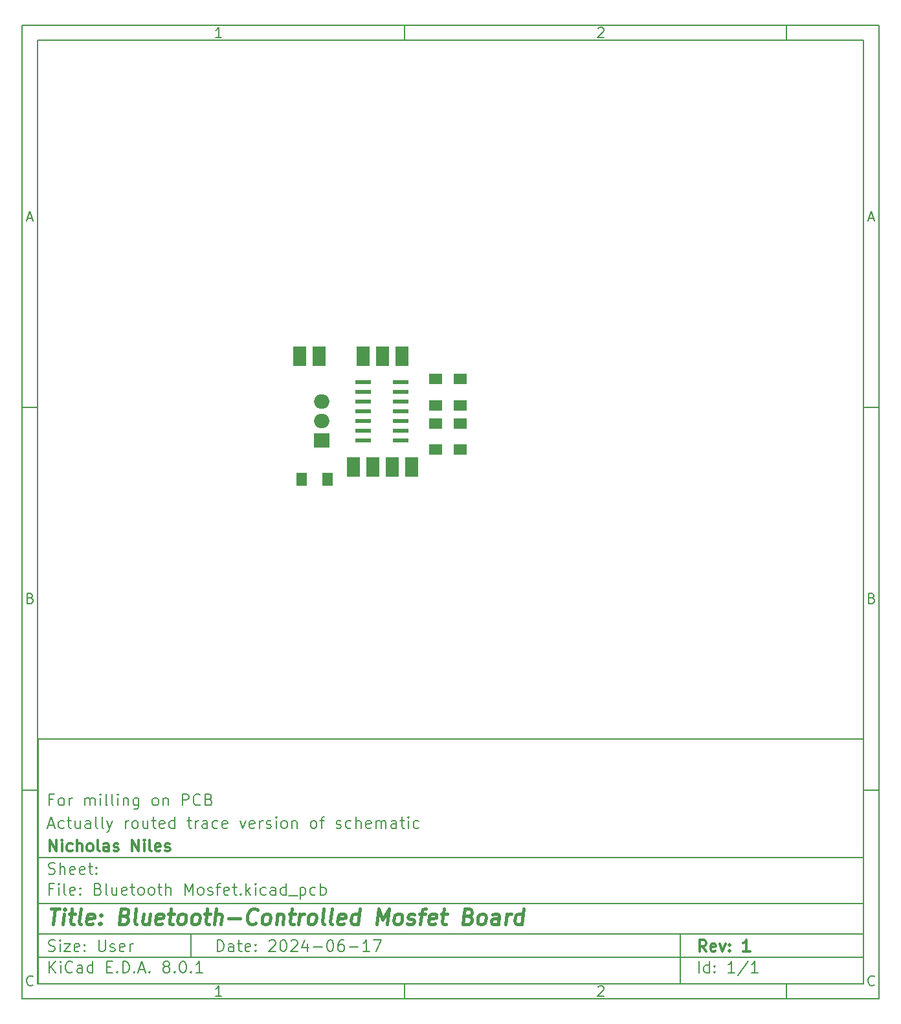
<source format=gbr>
%TF.GenerationSoftware,KiCad,Pcbnew,8.0.1*%
%TF.CreationDate,2024-06-17T11:29:09-04:00*%
%TF.ProjectId,Bluetooth Mosfet,426c7565-746f-46f7-9468-204d6f736665,1*%
%TF.SameCoordinates,Original*%
%TF.FileFunction,Soldermask,Top*%
%TF.FilePolarity,Negative*%
%FSLAX46Y46*%
G04 Gerber Fmt 4.6, Leading zero omitted, Abs format (unit mm)*
G04 Created by KiCad (PCBNEW 8.0.1) date 2024-06-17 11:29:09*
%MOMM*%
%LPD*%
G01*
G04 APERTURE LIST*
%ADD10C,0.100000*%
%ADD11C,0.150000*%
%ADD12C,0.300000*%
%ADD13C,0.400000*%
%ADD14R,1.400000X1.700000*%
%ADD15R,1.700000X1.400000*%
%ADD16R,1.700000X2.500000*%
%ADD17R,2.000000X1.905000*%
%ADD18O,2.000000X1.905000*%
%ADD19R,2.000000X0.600000*%
G04 APERTURE END LIST*
D10*
D11*
X12080000Y-103320000D02*
X120080000Y-103320000D01*
X120080000Y-135320000D01*
X12080000Y-135320000D01*
X12080000Y-103320000D01*
D10*
D11*
X10000000Y-10000000D02*
X122080000Y-10000000D01*
X122080000Y-137320000D01*
X10000000Y-137320000D01*
X10000000Y-10000000D01*
D10*
D11*
X12000000Y-12000000D02*
X120080000Y-12000000D01*
X120080000Y-135320000D01*
X12000000Y-135320000D01*
X12000000Y-12000000D01*
D10*
D11*
X60000000Y-12000000D02*
X60000000Y-10000000D01*
D10*
D11*
X110000000Y-12000000D02*
X110000000Y-10000000D01*
D10*
D11*
X36089160Y-11593604D02*
X35346303Y-11593604D01*
X35717731Y-11593604D02*
X35717731Y-10293604D01*
X35717731Y-10293604D02*
X35593922Y-10479319D01*
X35593922Y-10479319D02*
X35470112Y-10603128D01*
X35470112Y-10603128D02*
X35346303Y-10665033D01*
D10*
D11*
X85346303Y-10417414D02*
X85408207Y-10355509D01*
X85408207Y-10355509D02*
X85532017Y-10293604D01*
X85532017Y-10293604D02*
X85841541Y-10293604D01*
X85841541Y-10293604D02*
X85965350Y-10355509D01*
X85965350Y-10355509D02*
X86027255Y-10417414D01*
X86027255Y-10417414D02*
X86089160Y-10541223D01*
X86089160Y-10541223D02*
X86089160Y-10665033D01*
X86089160Y-10665033D02*
X86027255Y-10850747D01*
X86027255Y-10850747D02*
X85284398Y-11593604D01*
X85284398Y-11593604D02*
X86089160Y-11593604D01*
D10*
D11*
X60000000Y-135320000D02*
X60000000Y-137320000D01*
D10*
D11*
X110000000Y-135320000D02*
X110000000Y-137320000D01*
D10*
D11*
X36089160Y-136913604D02*
X35346303Y-136913604D01*
X35717731Y-136913604D02*
X35717731Y-135613604D01*
X35717731Y-135613604D02*
X35593922Y-135799319D01*
X35593922Y-135799319D02*
X35470112Y-135923128D01*
X35470112Y-135923128D02*
X35346303Y-135985033D01*
D10*
D11*
X85346303Y-135737414D02*
X85408207Y-135675509D01*
X85408207Y-135675509D02*
X85532017Y-135613604D01*
X85532017Y-135613604D02*
X85841541Y-135613604D01*
X85841541Y-135613604D02*
X85965350Y-135675509D01*
X85965350Y-135675509D02*
X86027255Y-135737414D01*
X86027255Y-135737414D02*
X86089160Y-135861223D01*
X86089160Y-135861223D02*
X86089160Y-135985033D01*
X86089160Y-135985033D02*
X86027255Y-136170747D01*
X86027255Y-136170747D02*
X85284398Y-136913604D01*
X85284398Y-136913604D02*
X86089160Y-136913604D01*
D10*
D11*
X10000000Y-60000000D02*
X12000000Y-60000000D01*
D10*
D11*
X10000000Y-110000000D02*
X12000000Y-110000000D01*
D10*
D11*
X10690476Y-35222176D02*
X11309523Y-35222176D01*
X10566666Y-35593604D02*
X10999999Y-34293604D01*
X10999999Y-34293604D02*
X11433333Y-35593604D01*
D10*
D11*
X11092857Y-84912652D02*
X11278571Y-84974557D01*
X11278571Y-84974557D02*
X11340476Y-85036461D01*
X11340476Y-85036461D02*
X11402380Y-85160271D01*
X11402380Y-85160271D02*
X11402380Y-85345985D01*
X11402380Y-85345985D02*
X11340476Y-85469795D01*
X11340476Y-85469795D02*
X11278571Y-85531700D01*
X11278571Y-85531700D02*
X11154761Y-85593604D01*
X11154761Y-85593604D02*
X10659523Y-85593604D01*
X10659523Y-85593604D02*
X10659523Y-84293604D01*
X10659523Y-84293604D02*
X11092857Y-84293604D01*
X11092857Y-84293604D02*
X11216666Y-84355509D01*
X11216666Y-84355509D02*
X11278571Y-84417414D01*
X11278571Y-84417414D02*
X11340476Y-84541223D01*
X11340476Y-84541223D02*
X11340476Y-84665033D01*
X11340476Y-84665033D02*
X11278571Y-84788842D01*
X11278571Y-84788842D02*
X11216666Y-84850747D01*
X11216666Y-84850747D02*
X11092857Y-84912652D01*
X11092857Y-84912652D02*
X10659523Y-84912652D01*
D10*
D11*
X11402380Y-135469795D02*
X11340476Y-135531700D01*
X11340476Y-135531700D02*
X11154761Y-135593604D01*
X11154761Y-135593604D02*
X11030952Y-135593604D01*
X11030952Y-135593604D02*
X10845238Y-135531700D01*
X10845238Y-135531700D02*
X10721428Y-135407890D01*
X10721428Y-135407890D02*
X10659523Y-135284080D01*
X10659523Y-135284080D02*
X10597619Y-135036461D01*
X10597619Y-135036461D02*
X10597619Y-134850747D01*
X10597619Y-134850747D02*
X10659523Y-134603128D01*
X10659523Y-134603128D02*
X10721428Y-134479319D01*
X10721428Y-134479319D02*
X10845238Y-134355509D01*
X10845238Y-134355509D02*
X11030952Y-134293604D01*
X11030952Y-134293604D02*
X11154761Y-134293604D01*
X11154761Y-134293604D02*
X11340476Y-134355509D01*
X11340476Y-134355509D02*
X11402380Y-134417414D01*
D10*
D11*
X122080000Y-60000000D02*
X120080000Y-60000000D01*
D10*
D11*
X122080000Y-110000000D02*
X120080000Y-110000000D01*
D10*
D11*
X120770476Y-35222176D02*
X121389523Y-35222176D01*
X120646666Y-35593604D02*
X121079999Y-34293604D01*
X121079999Y-34293604D02*
X121513333Y-35593604D01*
D10*
D11*
X121172857Y-84912652D02*
X121358571Y-84974557D01*
X121358571Y-84974557D02*
X121420476Y-85036461D01*
X121420476Y-85036461D02*
X121482380Y-85160271D01*
X121482380Y-85160271D02*
X121482380Y-85345985D01*
X121482380Y-85345985D02*
X121420476Y-85469795D01*
X121420476Y-85469795D02*
X121358571Y-85531700D01*
X121358571Y-85531700D02*
X121234761Y-85593604D01*
X121234761Y-85593604D02*
X120739523Y-85593604D01*
X120739523Y-85593604D02*
X120739523Y-84293604D01*
X120739523Y-84293604D02*
X121172857Y-84293604D01*
X121172857Y-84293604D02*
X121296666Y-84355509D01*
X121296666Y-84355509D02*
X121358571Y-84417414D01*
X121358571Y-84417414D02*
X121420476Y-84541223D01*
X121420476Y-84541223D02*
X121420476Y-84665033D01*
X121420476Y-84665033D02*
X121358571Y-84788842D01*
X121358571Y-84788842D02*
X121296666Y-84850747D01*
X121296666Y-84850747D02*
X121172857Y-84912652D01*
X121172857Y-84912652D02*
X120739523Y-84912652D01*
D10*
D11*
X121482380Y-135469795D02*
X121420476Y-135531700D01*
X121420476Y-135531700D02*
X121234761Y-135593604D01*
X121234761Y-135593604D02*
X121110952Y-135593604D01*
X121110952Y-135593604D02*
X120925238Y-135531700D01*
X120925238Y-135531700D02*
X120801428Y-135407890D01*
X120801428Y-135407890D02*
X120739523Y-135284080D01*
X120739523Y-135284080D02*
X120677619Y-135036461D01*
X120677619Y-135036461D02*
X120677619Y-134850747D01*
X120677619Y-134850747D02*
X120739523Y-134603128D01*
X120739523Y-134603128D02*
X120801428Y-134479319D01*
X120801428Y-134479319D02*
X120925238Y-134355509D01*
X120925238Y-134355509D02*
X121110952Y-134293604D01*
X121110952Y-134293604D02*
X121234761Y-134293604D01*
X121234761Y-134293604D02*
X121420476Y-134355509D01*
X121420476Y-134355509D02*
X121482380Y-134417414D01*
D10*
D11*
X35535826Y-131106128D02*
X35535826Y-129606128D01*
X35535826Y-129606128D02*
X35892969Y-129606128D01*
X35892969Y-129606128D02*
X36107255Y-129677557D01*
X36107255Y-129677557D02*
X36250112Y-129820414D01*
X36250112Y-129820414D02*
X36321541Y-129963271D01*
X36321541Y-129963271D02*
X36392969Y-130248985D01*
X36392969Y-130248985D02*
X36392969Y-130463271D01*
X36392969Y-130463271D02*
X36321541Y-130748985D01*
X36321541Y-130748985D02*
X36250112Y-130891842D01*
X36250112Y-130891842D02*
X36107255Y-131034700D01*
X36107255Y-131034700D02*
X35892969Y-131106128D01*
X35892969Y-131106128D02*
X35535826Y-131106128D01*
X37678684Y-131106128D02*
X37678684Y-130320414D01*
X37678684Y-130320414D02*
X37607255Y-130177557D01*
X37607255Y-130177557D02*
X37464398Y-130106128D01*
X37464398Y-130106128D02*
X37178684Y-130106128D01*
X37178684Y-130106128D02*
X37035826Y-130177557D01*
X37678684Y-131034700D02*
X37535826Y-131106128D01*
X37535826Y-131106128D02*
X37178684Y-131106128D01*
X37178684Y-131106128D02*
X37035826Y-131034700D01*
X37035826Y-131034700D02*
X36964398Y-130891842D01*
X36964398Y-130891842D02*
X36964398Y-130748985D01*
X36964398Y-130748985D02*
X37035826Y-130606128D01*
X37035826Y-130606128D02*
X37178684Y-130534700D01*
X37178684Y-130534700D02*
X37535826Y-130534700D01*
X37535826Y-130534700D02*
X37678684Y-130463271D01*
X38178684Y-130106128D02*
X38750112Y-130106128D01*
X38392969Y-129606128D02*
X38392969Y-130891842D01*
X38392969Y-130891842D02*
X38464398Y-131034700D01*
X38464398Y-131034700D02*
X38607255Y-131106128D01*
X38607255Y-131106128D02*
X38750112Y-131106128D01*
X39821541Y-131034700D02*
X39678684Y-131106128D01*
X39678684Y-131106128D02*
X39392970Y-131106128D01*
X39392970Y-131106128D02*
X39250112Y-131034700D01*
X39250112Y-131034700D02*
X39178684Y-130891842D01*
X39178684Y-130891842D02*
X39178684Y-130320414D01*
X39178684Y-130320414D02*
X39250112Y-130177557D01*
X39250112Y-130177557D02*
X39392970Y-130106128D01*
X39392970Y-130106128D02*
X39678684Y-130106128D01*
X39678684Y-130106128D02*
X39821541Y-130177557D01*
X39821541Y-130177557D02*
X39892970Y-130320414D01*
X39892970Y-130320414D02*
X39892970Y-130463271D01*
X39892970Y-130463271D02*
X39178684Y-130606128D01*
X40535826Y-130963271D02*
X40607255Y-131034700D01*
X40607255Y-131034700D02*
X40535826Y-131106128D01*
X40535826Y-131106128D02*
X40464398Y-131034700D01*
X40464398Y-131034700D02*
X40535826Y-130963271D01*
X40535826Y-130963271D02*
X40535826Y-131106128D01*
X40535826Y-130177557D02*
X40607255Y-130248985D01*
X40607255Y-130248985D02*
X40535826Y-130320414D01*
X40535826Y-130320414D02*
X40464398Y-130248985D01*
X40464398Y-130248985D02*
X40535826Y-130177557D01*
X40535826Y-130177557D02*
X40535826Y-130320414D01*
X42321541Y-129748985D02*
X42392969Y-129677557D01*
X42392969Y-129677557D02*
X42535827Y-129606128D01*
X42535827Y-129606128D02*
X42892969Y-129606128D01*
X42892969Y-129606128D02*
X43035827Y-129677557D01*
X43035827Y-129677557D02*
X43107255Y-129748985D01*
X43107255Y-129748985D02*
X43178684Y-129891842D01*
X43178684Y-129891842D02*
X43178684Y-130034700D01*
X43178684Y-130034700D02*
X43107255Y-130248985D01*
X43107255Y-130248985D02*
X42250112Y-131106128D01*
X42250112Y-131106128D02*
X43178684Y-131106128D01*
X44107255Y-129606128D02*
X44250112Y-129606128D01*
X44250112Y-129606128D02*
X44392969Y-129677557D01*
X44392969Y-129677557D02*
X44464398Y-129748985D01*
X44464398Y-129748985D02*
X44535826Y-129891842D01*
X44535826Y-129891842D02*
X44607255Y-130177557D01*
X44607255Y-130177557D02*
X44607255Y-130534700D01*
X44607255Y-130534700D02*
X44535826Y-130820414D01*
X44535826Y-130820414D02*
X44464398Y-130963271D01*
X44464398Y-130963271D02*
X44392969Y-131034700D01*
X44392969Y-131034700D02*
X44250112Y-131106128D01*
X44250112Y-131106128D02*
X44107255Y-131106128D01*
X44107255Y-131106128D02*
X43964398Y-131034700D01*
X43964398Y-131034700D02*
X43892969Y-130963271D01*
X43892969Y-130963271D02*
X43821540Y-130820414D01*
X43821540Y-130820414D02*
X43750112Y-130534700D01*
X43750112Y-130534700D02*
X43750112Y-130177557D01*
X43750112Y-130177557D02*
X43821540Y-129891842D01*
X43821540Y-129891842D02*
X43892969Y-129748985D01*
X43892969Y-129748985D02*
X43964398Y-129677557D01*
X43964398Y-129677557D02*
X44107255Y-129606128D01*
X45178683Y-129748985D02*
X45250111Y-129677557D01*
X45250111Y-129677557D02*
X45392969Y-129606128D01*
X45392969Y-129606128D02*
X45750111Y-129606128D01*
X45750111Y-129606128D02*
X45892969Y-129677557D01*
X45892969Y-129677557D02*
X45964397Y-129748985D01*
X45964397Y-129748985D02*
X46035826Y-129891842D01*
X46035826Y-129891842D02*
X46035826Y-130034700D01*
X46035826Y-130034700D02*
X45964397Y-130248985D01*
X45964397Y-130248985D02*
X45107254Y-131106128D01*
X45107254Y-131106128D02*
X46035826Y-131106128D01*
X47321540Y-130106128D02*
X47321540Y-131106128D01*
X46964397Y-129534700D02*
X46607254Y-130606128D01*
X46607254Y-130606128D02*
X47535825Y-130606128D01*
X48107253Y-130534700D02*
X49250111Y-130534700D01*
X50250111Y-129606128D02*
X50392968Y-129606128D01*
X50392968Y-129606128D02*
X50535825Y-129677557D01*
X50535825Y-129677557D02*
X50607254Y-129748985D01*
X50607254Y-129748985D02*
X50678682Y-129891842D01*
X50678682Y-129891842D02*
X50750111Y-130177557D01*
X50750111Y-130177557D02*
X50750111Y-130534700D01*
X50750111Y-130534700D02*
X50678682Y-130820414D01*
X50678682Y-130820414D02*
X50607254Y-130963271D01*
X50607254Y-130963271D02*
X50535825Y-131034700D01*
X50535825Y-131034700D02*
X50392968Y-131106128D01*
X50392968Y-131106128D02*
X50250111Y-131106128D01*
X50250111Y-131106128D02*
X50107254Y-131034700D01*
X50107254Y-131034700D02*
X50035825Y-130963271D01*
X50035825Y-130963271D02*
X49964396Y-130820414D01*
X49964396Y-130820414D02*
X49892968Y-130534700D01*
X49892968Y-130534700D02*
X49892968Y-130177557D01*
X49892968Y-130177557D02*
X49964396Y-129891842D01*
X49964396Y-129891842D02*
X50035825Y-129748985D01*
X50035825Y-129748985D02*
X50107254Y-129677557D01*
X50107254Y-129677557D02*
X50250111Y-129606128D01*
X52035825Y-129606128D02*
X51750110Y-129606128D01*
X51750110Y-129606128D02*
X51607253Y-129677557D01*
X51607253Y-129677557D02*
X51535825Y-129748985D01*
X51535825Y-129748985D02*
X51392967Y-129963271D01*
X51392967Y-129963271D02*
X51321539Y-130248985D01*
X51321539Y-130248985D02*
X51321539Y-130820414D01*
X51321539Y-130820414D02*
X51392967Y-130963271D01*
X51392967Y-130963271D02*
X51464396Y-131034700D01*
X51464396Y-131034700D02*
X51607253Y-131106128D01*
X51607253Y-131106128D02*
X51892967Y-131106128D01*
X51892967Y-131106128D02*
X52035825Y-131034700D01*
X52035825Y-131034700D02*
X52107253Y-130963271D01*
X52107253Y-130963271D02*
X52178682Y-130820414D01*
X52178682Y-130820414D02*
X52178682Y-130463271D01*
X52178682Y-130463271D02*
X52107253Y-130320414D01*
X52107253Y-130320414D02*
X52035825Y-130248985D01*
X52035825Y-130248985D02*
X51892967Y-130177557D01*
X51892967Y-130177557D02*
X51607253Y-130177557D01*
X51607253Y-130177557D02*
X51464396Y-130248985D01*
X51464396Y-130248985D02*
X51392967Y-130320414D01*
X51392967Y-130320414D02*
X51321539Y-130463271D01*
X52821538Y-130534700D02*
X53964396Y-130534700D01*
X55464396Y-131106128D02*
X54607253Y-131106128D01*
X55035824Y-131106128D02*
X55035824Y-129606128D01*
X55035824Y-129606128D02*
X54892967Y-129820414D01*
X54892967Y-129820414D02*
X54750110Y-129963271D01*
X54750110Y-129963271D02*
X54607253Y-130034700D01*
X55964395Y-129606128D02*
X56964395Y-129606128D01*
X56964395Y-129606128D02*
X56321538Y-131106128D01*
D10*
D11*
X12080000Y-131820000D02*
X120080000Y-131820000D01*
D10*
D11*
X13535826Y-133906128D02*
X13535826Y-132406128D01*
X14392969Y-133906128D02*
X13750112Y-133048985D01*
X14392969Y-132406128D02*
X13535826Y-133263271D01*
X15035826Y-133906128D02*
X15035826Y-132906128D01*
X15035826Y-132406128D02*
X14964398Y-132477557D01*
X14964398Y-132477557D02*
X15035826Y-132548985D01*
X15035826Y-132548985D02*
X15107255Y-132477557D01*
X15107255Y-132477557D02*
X15035826Y-132406128D01*
X15035826Y-132406128D02*
X15035826Y-132548985D01*
X16607255Y-133763271D02*
X16535827Y-133834700D01*
X16535827Y-133834700D02*
X16321541Y-133906128D01*
X16321541Y-133906128D02*
X16178684Y-133906128D01*
X16178684Y-133906128D02*
X15964398Y-133834700D01*
X15964398Y-133834700D02*
X15821541Y-133691842D01*
X15821541Y-133691842D02*
X15750112Y-133548985D01*
X15750112Y-133548985D02*
X15678684Y-133263271D01*
X15678684Y-133263271D02*
X15678684Y-133048985D01*
X15678684Y-133048985D02*
X15750112Y-132763271D01*
X15750112Y-132763271D02*
X15821541Y-132620414D01*
X15821541Y-132620414D02*
X15964398Y-132477557D01*
X15964398Y-132477557D02*
X16178684Y-132406128D01*
X16178684Y-132406128D02*
X16321541Y-132406128D01*
X16321541Y-132406128D02*
X16535827Y-132477557D01*
X16535827Y-132477557D02*
X16607255Y-132548985D01*
X17892970Y-133906128D02*
X17892970Y-133120414D01*
X17892970Y-133120414D02*
X17821541Y-132977557D01*
X17821541Y-132977557D02*
X17678684Y-132906128D01*
X17678684Y-132906128D02*
X17392970Y-132906128D01*
X17392970Y-132906128D02*
X17250112Y-132977557D01*
X17892970Y-133834700D02*
X17750112Y-133906128D01*
X17750112Y-133906128D02*
X17392970Y-133906128D01*
X17392970Y-133906128D02*
X17250112Y-133834700D01*
X17250112Y-133834700D02*
X17178684Y-133691842D01*
X17178684Y-133691842D02*
X17178684Y-133548985D01*
X17178684Y-133548985D02*
X17250112Y-133406128D01*
X17250112Y-133406128D02*
X17392970Y-133334700D01*
X17392970Y-133334700D02*
X17750112Y-133334700D01*
X17750112Y-133334700D02*
X17892970Y-133263271D01*
X19250113Y-133906128D02*
X19250113Y-132406128D01*
X19250113Y-133834700D02*
X19107255Y-133906128D01*
X19107255Y-133906128D02*
X18821541Y-133906128D01*
X18821541Y-133906128D02*
X18678684Y-133834700D01*
X18678684Y-133834700D02*
X18607255Y-133763271D01*
X18607255Y-133763271D02*
X18535827Y-133620414D01*
X18535827Y-133620414D02*
X18535827Y-133191842D01*
X18535827Y-133191842D02*
X18607255Y-133048985D01*
X18607255Y-133048985D02*
X18678684Y-132977557D01*
X18678684Y-132977557D02*
X18821541Y-132906128D01*
X18821541Y-132906128D02*
X19107255Y-132906128D01*
X19107255Y-132906128D02*
X19250113Y-132977557D01*
X21107255Y-133120414D02*
X21607255Y-133120414D01*
X21821541Y-133906128D02*
X21107255Y-133906128D01*
X21107255Y-133906128D02*
X21107255Y-132406128D01*
X21107255Y-132406128D02*
X21821541Y-132406128D01*
X22464398Y-133763271D02*
X22535827Y-133834700D01*
X22535827Y-133834700D02*
X22464398Y-133906128D01*
X22464398Y-133906128D02*
X22392970Y-133834700D01*
X22392970Y-133834700D02*
X22464398Y-133763271D01*
X22464398Y-133763271D02*
X22464398Y-133906128D01*
X23178684Y-133906128D02*
X23178684Y-132406128D01*
X23178684Y-132406128D02*
X23535827Y-132406128D01*
X23535827Y-132406128D02*
X23750113Y-132477557D01*
X23750113Y-132477557D02*
X23892970Y-132620414D01*
X23892970Y-132620414D02*
X23964399Y-132763271D01*
X23964399Y-132763271D02*
X24035827Y-133048985D01*
X24035827Y-133048985D02*
X24035827Y-133263271D01*
X24035827Y-133263271D02*
X23964399Y-133548985D01*
X23964399Y-133548985D02*
X23892970Y-133691842D01*
X23892970Y-133691842D02*
X23750113Y-133834700D01*
X23750113Y-133834700D02*
X23535827Y-133906128D01*
X23535827Y-133906128D02*
X23178684Y-133906128D01*
X24678684Y-133763271D02*
X24750113Y-133834700D01*
X24750113Y-133834700D02*
X24678684Y-133906128D01*
X24678684Y-133906128D02*
X24607256Y-133834700D01*
X24607256Y-133834700D02*
X24678684Y-133763271D01*
X24678684Y-133763271D02*
X24678684Y-133906128D01*
X25321542Y-133477557D02*
X26035828Y-133477557D01*
X25178685Y-133906128D02*
X25678685Y-132406128D01*
X25678685Y-132406128D02*
X26178685Y-133906128D01*
X26678684Y-133763271D02*
X26750113Y-133834700D01*
X26750113Y-133834700D02*
X26678684Y-133906128D01*
X26678684Y-133906128D02*
X26607256Y-133834700D01*
X26607256Y-133834700D02*
X26678684Y-133763271D01*
X26678684Y-133763271D02*
X26678684Y-133906128D01*
X28750113Y-133048985D02*
X28607256Y-132977557D01*
X28607256Y-132977557D02*
X28535827Y-132906128D01*
X28535827Y-132906128D02*
X28464399Y-132763271D01*
X28464399Y-132763271D02*
X28464399Y-132691842D01*
X28464399Y-132691842D02*
X28535827Y-132548985D01*
X28535827Y-132548985D02*
X28607256Y-132477557D01*
X28607256Y-132477557D02*
X28750113Y-132406128D01*
X28750113Y-132406128D02*
X29035827Y-132406128D01*
X29035827Y-132406128D02*
X29178685Y-132477557D01*
X29178685Y-132477557D02*
X29250113Y-132548985D01*
X29250113Y-132548985D02*
X29321542Y-132691842D01*
X29321542Y-132691842D02*
X29321542Y-132763271D01*
X29321542Y-132763271D02*
X29250113Y-132906128D01*
X29250113Y-132906128D02*
X29178685Y-132977557D01*
X29178685Y-132977557D02*
X29035827Y-133048985D01*
X29035827Y-133048985D02*
X28750113Y-133048985D01*
X28750113Y-133048985D02*
X28607256Y-133120414D01*
X28607256Y-133120414D02*
X28535827Y-133191842D01*
X28535827Y-133191842D02*
X28464399Y-133334700D01*
X28464399Y-133334700D02*
X28464399Y-133620414D01*
X28464399Y-133620414D02*
X28535827Y-133763271D01*
X28535827Y-133763271D02*
X28607256Y-133834700D01*
X28607256Y-133834700D02*
X28750113Y-133906128D01*
X28750113Y-133906128D02*
X29035827Y-133906128D01*
X29035827Y-133906128D02*
X29178685Y-133834700D01*
X29178685Y-133834700D02*
X29250113Y-133763271D01*
X29250113Y-133763271D02*
X29321542Y-133620414D01*
X29321542Y-133620414D02*
X29321542Y-133334700D01*
X29321542Y-133334700D02*
X29250113Y-133191842D01*
X29250113Y-133191842D02*
X29178685Y-133120414D01*
X29178685Y-133120414D02*
X29035827Y-133048985D01*
X29964398Y-133763271D02*
X30035827Y-133834700D01*
X30035827Y-133834700D02*
X29964398Y-133906128D01*
X29964398Y-133906128D02*
X29892970Y-133834700D01*
X29892970Y-133834700D02*
X29964398Y-133763271D01*
X29964398Y-133763271D02*
X29964398Y-133906128D01*
X30964399Y-132406128D02*
X31107256Y-132406128D01*
X31107256Y-132406128D02*
X31250113Y-132477557D01*
X31250113Y-132477557D02*
X31321542Y-132548985D01*
X31321542Y-132548985D02*
X31392970Y-132691842D01*
X31392970Y-132691842D02*
X31464399Y-132977557D01*
X31464399Y-132977557D02*
X31464399Y-133334700D01*
X31464399Y-133334700D02*
X31392970Y-133620414D01*
X31392970Y-133620414D02*
X31321542Y-133763271D01*
X31321542Y-133763271D02*
X31250113Y-133834700D01*
X31250113Y-133834700D02*
X31107256Y-133906128D01*
X31107256Y-133906128D02*
X30964399Y-133906128D01*
X30964399Y-133906128D02*
X30821542Y-133834700D01*
X30821542Y-133834700D02*
X30750113Y-133763271D01*
X30750113Y-133763271D02*
X30678684Y-133620414D01*
X30678684Y-133620414D02*
X30607256Y-133334700D01*
X30607256Y-133334700D02*
X30607256Y-132977557D01*
X30607256Y-132977557D02*
X30678684Y-132691842D01*
X30678684Y-132691842D02*
X30750113Y-132548985D01*
X30750113Y-132548985D02*
X30821542Y-132477557D01*
X30821542Y-132477557D02*
X30964399Y-132406128D01*
X32107255Y-133763271D02*
X32178684Y-133834700D01*
X32178684Y-133834700D02*
X32107255Y-133906128D01*
X32107255Y-133906128D02*
X32035827Y-133834700D01*
X32035827Y-133834700D02*
X32107255Y-133763271D01*
X32107255Y-133763271D02*
X32107255Y-133906128D01*
X33607256Y-133906128D02*
X32750113Y-133906128D01*
X33178684Y-133906128D02*
X33178684Y-132406128D01*
X33178684Y-132406128D02*
X33035827Y-132620414D01*
X33035827Y-132620414D02*
X32892970Y-132763271D01*
X32892970Y-132763271D02*
X32750113Y-132834700D01*
D10*
D11*
X12080000Y-128820000D02*
X120080000Y-128820000D01*
D10*
D12*
X99491653Y-131098328D02*
X98991653Y-130384042D01*
X98634510Y-131098328D02*
X98634510Y-129598328D01*
X98634510Y-129598328D02*
X99205939Y-129598328D01*
X99205939Y-129598328D02*
X99348796Y-129669757D01*
X99348796Y-129669757D02*
X99420225Y-129741185D01*
X99420225Y-129741185D02*
X99491653Y-129884042D01*
X99491653Y-129884042D02*
X99491653Y-130098328D01*
X99491653Y-130098328D02*
X99420225Y-130241185D01*
X99420225Y-130241185D02*
X99348796Y-130312614D01*
X99348796Y-130312614D02*
X99205939Y-130384042D01*
X99205939Y-130384042D02*
X98634510Y-130384042D01*
X100705939Y-131026900D02*
X100563082Y-131098328D01*
X100563082Y-131098328D02*
X100277368Y-131098328D01*
X100277368Y-131098328D02*
X100134510Y-131026900D01*
X100134510Y-131026900D02*
X100063082Y-130884042D01*
X100063082Y-130884042D02*
X100063082Y-130312614D01*
X100063082Y-130312614D02*
X100134510Y-130169757D01*
X100134510Y-130169757D02*
X100277368Y-130098328D01*
X100277368Y-130098328D02*
X100563082Y-130098328D01*
X100563082Y-130098328D02*
X100705939Y-130169757D01*
X100705939Y-130169757D02*
X100777368Y-130312614D01*
X100777368Y-130312614D02*
X100777368Y-130455471D01*
X100777368Y-130455471D02*
X100063082Y-130598328D01*
X101277367Y-130098328D02*
X101634510Y-131098328D01*
X101634510Y-131098328D02*
X101991653Y-130098328D01*
X102563081Y-130955471D02*
X102634510Y-131026900D01*
X102634510Y-131026900D02*
X102563081Y-131098328D01*
X102563081Y-131098328D02*
X102491653Y-131026900D01*
X102491653Y-131026900D02*
X102563081Y-130955471D01*
X102563081Y-130955471D02*
X102563081Y-131098328D01*
X102563081Y-130169757D02*
X102634510Y-130241185D01*
X102634510Y-130241185D02*
X102563081Y-130312614D01*
X102563081Y-130312614D02*
X102491653Y-130241185D01*
X102491653Y-130241185D02*
X102563081Y-130169757D01*
X102563081Y-130169757D02*
X102563081Y-130312614D01*
X105205939Y-131098328D02*
X104348796Y-131098328D01*
X104777367Y-131098328D02*
X104777367Y-129598328D01*
X104777367Y-129598328D02*
X104634510Y-129812614D01*
X104634510Y-129812614D02*
X104491653Y-129955471D01*
X104491653Y-129955471D02*
X104348796Y-130026900D01*
D10*
D11*
X13464398Y-131034700D02*
X13678684Y-131106128D01*
X13678684Y-131106128D02*
X14035826Y-131106128D01*
X14035826Y-131106128D02*
X14178684Y-131034700D01*
X14178684Y-131034700D02*
X14250112Y-130963271D01*
X14250112Y-130963271D02*
X14321541Y-130820414D01*
X14321541Y-130820414D02*
X14321541Y-130677557D01*
X14321541Y-130677557D02*
X14250112Y-130534700D01*
X14250112Y-130534700D02*
X14178684Y-130463271D01*
X14178684Y-130463271D02*
X14035826Y-130391842D01*
X14035826Y-130391842D02*
X13750112Y-130320414D01*
X13750112Y-130320414D02*
X13607255Y-130248985D01*
X13607255Y-130248985D02*
X13535826Y-130177557D01*
X13535826Y-130177557D02*
X13464398Y-130034700D01*
X13464398Y-130034700D02*
X13464398Y-129891842D01*
X13464398Y-129891842D02*
X13535826Y-129748985D01*
X13535826Y-129748985D02*
X13607255Y-129677557D01*
X13607255Y-129677557D02*
X13750112Y-129606128D01*
X13750112Y-129606128D02*
X14107255Y-129606128D01*
X14107255Y-129606128D02*
X14321541Y-129677557D01*
X14964397Y-131106128D02*
X14964397Y-130106128D01*
X14964397Y-129606128D02*
X14892969Y-129677557D01*
X14892969Y-129677557D02*
X14964397Y-129748985D01*
X14964397Y-129748985D02*
X15035826Y-129677557D01*
X15035826Y-129677557D02*
X14964397Y-129606128D01*
X14964397Y-129606128D02*
X14964397Y-129748985D01*
X15535826Y-130106128D02*
X16321541Y-130106128D01*
X16321541Y-130106128D02*
X15535826Y-131106128D01*
X15535826Y-131106128D02*
X16321541Y-131106128D01*
X17464398Y-131034700D02*
X17321541Y-131106128D01*
X17321541Y-131106128D02*
X17035827Y-131106128D01*
X17035827Y-131106128D02*
X16892969Y-131034700D01*
X16892969Y-131034700D02*
X16821541Y-130891842D01*
X16821541Y-130891842D02*
X16821541Y-130320414D01*
X16821541Y-130320414D02*
X16892969Y-130177557D01*
X16892969Y-130177557D02*
X17035827Y-130106128D01*
X17035827Y-130106128D02*
X17321541Y-130106128D01*
X17321541Y-130106128D02*
X17464398Y-130177557D01*
X17464398Y-130177557D02*
X17535827Y-130320414D01*
X17535827Y-130320414D02*
X17535827Y-130463271D01*
X17535827Y-130463271D02*
X16821541Y-130606128D01*
X18178683Y-130963271D02*
X18250112Y-131034700D01*
X18250112Y-131034700D02*
X18178683Y-131106128D01*
X18178683Y-131106128D02*
X18107255Y-131034700D01*
X18107255Y-131034700D02*
X18178683Y-130963271D01*
X18178683Y-130963271D02*
X18178683Y-131106128D01*
X18178683Y-130177557D02*
X18250112Y-130248985D01*
X18250112Y-130248985D02*
X18178683Y-130320414D01*
X18178683Y-130320414D02*
X18107255Y-130248985D01*
X18107255Y-130248985D02*
X18178683Y-130177557D01*
X18178683Y-130177557D02*
X18178683Y-130320414D01*
X20035826Y-129606128D02*
X20035826Y-130820414D01*
X20035826Y-130820414D02*
X20107255Y-130963271D01*
X20107255Y-130963271D02*
X20178684Y-131034700D01*
X20178684Y-131034700D02*
X20321541Y-131106128D01*
X20321541Y-131106128D02*
X20607255Y-131106128D01*
X20607255Y-131106128D02*
X20750112Y-131034700D01*
X20750112Y-131034700D02*
X20821541Y-130963271D01*
X20821541Y-130963271D02*
X20892969Y-130820414D01*
X20892969Y-130820414D02*
X20892969Y-129606128D01*
X21535827Y-131034700D02*
X21678684Y-131106128D01*
X21678684Y-131106128D02*
X21964398Y-131106128D01*
X21964398Y-131106128D02*
X22107255Y-131034700D01*
X22107255Y-131034700D02*
X22178684Y-130891842D01*
X22178684Y-130891842D02*
X22178684Y-130820414D01*
X22178684Y-130820414D02*
X22107255Y-130677557D01*
X22107255Y-130677557D02*
X21964398Y-130606128D01*
X21964398Y-130606128D02*
X21750113Y-130606128D01*
X21750113Y-130606128D02*
X21607255Y-130534700D01*
X21607255Y-130534700D02*
X21535827Y-130391842D01*
X21535827Y-130391842D02*
X21535827Y-130320414D01*
X21535827Y-130320414D02*
X21607255Y-130177557D01*
X21607255Y-130177557D02*
X21750113Y-130106128D01*
X21750113Y-130106128D02*
X21964398Y-130106128D01*
X21964398Y-130106128D02*
X22107255Y-130177557D01*
X23392970Y-131034700D02*
X23250113Y-131106128D01*
X23250113Y-131106128D02*
X22964399Y-131106128D01*
X22964399Y-131106128D02*
X22821541Y-131034700D01*
X22821541Y-131034700D02*
X22750113Y-130891842D01*
X22750113Y-130891842D02*
X22750113Y-130320414D01*
X22750113Y-130320414D02*
X22821541Y-130177557D01*
X22821541Y-130177557D02*
X22964399Y-130106128D01*
X22964399Y-130106128D02*
X23250113Y-130106128D01*
X23250113Y-130106128D02*
X23392970Y-130177557D01*
X23392970Y-130177557D02*
X23464399Y-130320414D01*
X23464399Y-130320414D02*
X23464399Y-130463271D01*
X23464399Y-130463271D02*
X22750113Y-130606128D01*
X24107255Y-131106128D02*
X24107255Y-130106128D01*
X24107255Y-130391842D02*
X24178684Y-130248985D01*
X24178684Y-130248985D02*
X24250113Y-130177557D01*
X24250113Y-130177557D02*
X24392970Y-130106128D01*
X24392970Y-130106128D02*
X24535827Y-130106128D01*
D10*
D11*
X98535826Y-133906128D02*
X98535826Y-132406128D01*
X99892970Y-133906128D02*
X99892970Y-132406128D01*
X99892970Y-133834700D02*
X99750112Y-133906128D01*
X99750112Y-133906128D02*
X99464398Y-133906128D01*
X99464398Y-133906128D02*
X99321541Y-133834700D01*
X99321541Y-133834700D02*
X99250112Y-133763271D01*
X99250112Y-133763271D02*
X99178684Y-133620414D01*
X99178684Y-133620414D02*
X99178684Y-133191842D01*
X99178684Y-133191842D02*
X99250112Y-133048985D01*
X99250112Y-133048985D02*
X99321541Y-132977557D01*
X99321541Y-132977557D02*
X99464398Y-132906128D01*
X99464398Y-132906128D02*
X99750112Y-132906128D01*
X99750112Y-132906128D02*
X99892970Y-132977557D01*
X100607255Y-133763271D02*
X100678684Y-133834700D01*
X100678684Y-133834700D02*
X100607255Y-133906128D01*
X100607255Y-133906128D02*
X100535827Y-133834700D01*
X100535827Y-133834700D02*
X100607255Y-133763271D01*
X100607255Y-133763271D02*
X100607255Y-133906128D01*
X100607255Y-132977557D02*
X100678684Y-133048985D01*
X100678684Y-133048985D02*
X100607255Y-133120414D01*
X100607255Y-133120414D02*
X100535827Y-133048985D01*
X100535827Y-133048985D02*
X100607255Y-132977557D01*
X100607255Y-132977557D02*
X100607255Y-133120414D01*
X103250113Y-133906128D02*
X102392970Y-133906128D01*
X102821541Y-133906128D02*
X102821541Y-132406128D01*
X102821541Y-132406128D02*
X102678684Y-132620414D01*
X102678684Y-132620414D02*
X102535827Y-132763271D01*
X102535827Y-132763271D02*
X102392970Y-132834700D01*
X104964398Y-132334700D02*
X103678684Y-134263271D01*
X106250113Y-133906128D02*
X105392970Y-133906128D01*
X105821541Y-133906128D02*
X105821541Y-132406128D01*
X105821541Y-132406128D02*
X105678684Y-132620414D01*
X105678684Y-132620414D02*
X105535827Y-132763271D01*
X105535827Y-132763271D02*
X105392970Y-132834700D01*
D10*
D11*
X12080000Y-124820000D02*
X120080000Y-124820000D01*
D10*
D13*
X13771728Y-125524438D02*
X14914585Y-125524438D01*
X14093157Y-127524438D02*
X14343157Y-125524438D01*
X15331252Y-127524438D02*
X15497919Y-126191104D01*
X15581252Y-125524438D02*
X15474109Y-125619676D01*
X15474109Y-125619676D02*
X15557443Y-125714914D01*
X15557443Y-125714914D02*
X15664586Y-125619676D01*
X15664586Y-125619676D02*
X15581252Y-125524438D01*
X15581252Y-125524438D02*
X15557443Y-125714914D01*
X16164586Y-126191104D02*
X16926490Y-126191104D01*
X16533633Y-125524438D02*
X16319348Y-127238723D01*
X16319348Y-127238723D02*
X16390776Y-127429200D01*
X16390776Y-127429200D02*
X16569348Y-127524438D01*
X16569348Y-127524438D02*
X16759824Y-127524438D01*
X17712205Y-127524438D02*
X17533633Y-127429200D01*
X17533633Y-127429200D02*
X17462205Y-127238723D01*
X17462205Y-127238723D02*
X17676490Y-125524438D01*
X19247919Y-127429200D02*
X19045538Y-127524438D01*
X19045538Y-127524438D02*
X18664585Y-127524438D01*
X18664585Y-127524438D02*
X18486014Y-127429200D01*
X18486014Y-127429200D02*
X18414585Y-127238723D01*
X18414585Y-127238723D02*
X18509824Y-126476819D01*
X18509824Y-126476819D02*
X18628871Y-126286342D01*
X18628871Y-126286342D02*
X18831252Y-126191104D01*
X18831252Y-126191104D02*
X19212204Y-126191104D01*
X19212204Y-126191104D02*
X19390776Y-126286342D01*
X19390776Y-126286342D02*
X19462204Y-126476819D01*
X19462204Y-126476819D02*
X19438395Y-126667295D01*
X19438395Y-126667295D02*
X18462204Y-126857771D01*
X20212205Y-127333961D02*
X20295538Y-127429200D01*
X20295538Y-127429200D02*
X20188395Y-127524438D01*
X20188395Y-127524438D02*
X20105062Y-127429200D01*
X20105062Y-127429200D02*
X20212205Y-127333961D01*
X20212205Y-127333961D02*
X20188395Y-127524438D01*
X20343157Y-126286342D02*
X20426490Y-126381580D01*
X20426490Y-126381580D02*
X20319348Y-126476819D01*
X20319348Y-126476819D02*
X20236014Y-126381580D01*
X20236014Y-126381580D02*
X20343157Y-126286342D01*
X20343157Y-126286342D02*
X20319348Y-126476819D01*
X23462205Y-126476819D02*
X23736015Y-126572057D01*
X23736015Y-126572057D02*
X23819348Y-126667295D01*
X23819348Y-126667295D02*
X23890777Y-126857771D01*
X23890777Y-126857771D02*
X23855062Y-127143485D01*
X23855062Y-127143485D02*
X23736015Y-127333961D01*
X23736015Y-127333961D02*
X23628872Y-127429200D01*
X23628872Y-127429200D02*
X23426491Y-127524438D01*
X23426491Y-127524438D02*
X22664586Y-127524438D01*
X22664586Y-127524438D02*
X22914586Y-125524438D01*
X22914586Y-125524438D02*
X23581253Y-125524438D01*
X23581253Y-125524438D02*
X23759824Y-125619676D01*
X23759824Y-125619676D02*
X23843158Y-125714914D01*
X23843158Y-125714914D02*
X23914586Y-125905390D01*
X23914586Y-125905390D02*
X23890777Y-126095866D01*
X23890777Y-126095866D02*
X23771729Y-126286342D01*
X23771729Y-126286342D02*
X23664586Y-126381580D01*
X23664586Y-126381580D02*
X23462205Y-126476819D01*
X23462205Y-126476819D02*
X22795539Y-126476819D01*
X24950301Y-127524438D02*
X24771729Y-127429200D01*
X24771729Y-127429200D02*
X24700301Y-127238723D01*
X24700301Y-127238723D02*
X24914586Y-125524438D01*
X26736015Y-126191104D02*
X26569348Y-127524438D01*
X25878872Y-126191104D02*
X25747920Y-127238723D01*
X25747920Y-127238723D02*
X25819348Y-127429200D01*
X25819348Y-127429200D02*
X25997920Y-127524438D01*
X25997920Y-127524438D02*
X26283634Y-127524438D01*
X26283634Y-127524438D02*
X26486015Y-127429200D01*
X26486015Y-127429200D02*
X26593158Y-127333961D01*
X28295539Y-127429200D02*
X28093158Y-127524438D01*
X28093158Y-127524438D02*
X27712205Y-127524438D01*
X27712205Y-127524438D02*
X27533634Y-127429200D01*
X27533634Y-127429200D02*
X27462205Y-127238723D01*
X27462205Y-127238723D02*
X27557444Y-126476819D01*
X27557444Y-126476819D02*
X27676491Y-126286342D01*
X27676491Y-126286342D02*
X27878872Y-126191104D01*
X27878872Y-126191104D02*
X28259824Y-126191104D01*
X28259824Y-126191104D02*
X28438396Y-126286342D01*
X28438396Y-126286342D02*
X28509824Y-126476819D01*
X28509824Y-126476819D02*
X28486015Y-126667295D01*
X28486015Y-126667295D02*
X27509824Y-126857771D01*
X29116968Y-126191104D02*
X29878872Y-126191104D01*
X29486015Y-125524438D02*
X29271730Y-127238723D01*
X29271730Y-127238723D02*
X29343158Y-127429200D01*
X29343158Y-127429200D02*
X29521730Y-127524438D01*
X29521730Y-127524438D02*
X29712206Y-127524438D01*
X30664587Y-127524438D02*
X30486015Y-127429200D01*
X30486015Y-127429200D02*
X30402682Y-127333961D01*
X30402682Y-127333961D02*
X30331253Y-127143485D01*
X30331253Y-127143485D02*
X30402682Y-126572057D01*
X30402682Y-126572057D02*
X30521729Y-126381580D01*
X30521729Y-126381580D02*
X30628872Y-126286342D01*
X30628872Y-126286342D02*
X30831253Y-126191104D01*
X30831253Y-126191104D02*
X31116967Y-126191104D01*
X31116967Y-126191104D02*
X31295539Y-126286342D01*
X31295539Y-126286342D02*
X31378872Y-126381580D01*
X31378872Y-126381580D02*
X31450301Y-126572057D01*
X31450301Y-126572057D02*
X31378872Y-127143485D01*
X31378872Y-127143485D02*
X31259825Y-127333961D01*
X31259825Y-127333961D02*
X31152682Y-127429200D01*
X31152682Y-127429200D02*
X30950301Y-127524438D01*
X30950301Y-127524438D02*
X30664587Y-127524438D01*
X32474111Y-127524438D02*
X32295539Y-127429200D01*
X32295539Y-127429200D02*
X32212206Y-127333961D01*
X32212206Y-127333961D02*
X32140777Y-127143485D01*
X32140777Y-127143485D02*
X32212206Y-126572057D01*
X32212206Y-126572057D02*
X32331253Y-126381580D01*
X32331253Y-126381580D02*
X32438396Y-126286342D01*
X32438396Y-126286342D02*
X32640777Y-126191104D01*
X32640777Y-126191104D02*
X32926491Y-126191104D01*
X32926491Y-126191104D02*
X33105063Y-126286342D01*
X33105063Y-126286342D02*
X33188396Y-126381580D01*
X33188396Y-126381580D02*
X33259825Y-126572057D01*
X33259825Y-126572057D02*
X33188396Y-127143485D01*
X33188396Y-127143485D02*
X33069349Y-127333961D01*
X33069349Y-127333961D02*
X32962206Y-127429200D01*
X32962206Y-127429200D02*
X32759825Y-127524438D01*
X32759825Y-127524438D02*
X32474111Y-127524438D01*
X33878873Y-126191104D02*
X34640777Y-126191104D01*
X34247920Y-125524438D02*
X34033635Y-127238723D01*
X34033635Y-127238723D02*
X34105063Y-127429200D01*
X34105063Y-127429200D02*
X34283635Y-127524438D01*
X34283635Y-127524438D02*
X34474111Y-127524438D01*
X35140777Y-127524438D02*
X35390777Y-125524438D01*
X35997920Y-127524438D02*
X36128872Y-126476819D01*
X36128872Y-126476819D02*
X36057444Y-126286342D01*
X36057444Y-126286342D02*
X35878872Y-126191104D01*
X35878872Y-126191104D02*
X35593158Y-126191104D01*
X35593158Y-126191104D02*
X35390777Y-126286342D01*
X35390777Y-126286342D02*
X35283634Y-126381580D01*
X37045539Y-126762533D02*
X38569349Y-126762533D01*
X40593158Y-127333961D02*
X40486015Y-127429200D01*
X40486015Y-127429200D02*
X40188396Y-127524438D01*
X40188396Y-127524438D02*
X39997920Y-127524438D01*
X39997920Y-127524438D02*
X39724110Y-127429200D01*
X39724110Y-127429200D02*
X39557444Y-127238723D01*
X39557444Y-127238723D02*
X39486015Y-127048247D01*
X39486015Y-127048247D02*
X39438396Y-126667295D01*
X39438396Y-126667295D02*
X39474110Y-126381580D01*
X39474110Y-126381580D02*
X39616967Y-126000628D01*
X39616967Y-126000628D02*
X39736015Y-125810152D01*
X39736015Y-125810152D02*
X39950301Y-125619676D01*
X39950301Y-125619676D02*
X40247920Y-125524438D01*
X40247920Y-125524438D02*
X40438396Y-125524438D01*
X40438396Y-125524438D02*
X40712206Y-125619676D01*
X40712206Y-125619676D02*
X40795539Y-125714914D01*
X41712206Y-127524438D02*
X41533634Y-127429200D01*
X41533634Y-127429200D02*
X41450301Y-127333961D01*
X41450301Y-127333961D02*
X41378872Y-127143485D01*
X41378872Y-127143485D02*
X41450301Y-126572057D01*
X41450301Y-126572057D02*
X41569348Y-126381580D01*
X41569348Y-126381580D02*
X41676491Y-126286342D01*
X41676491Y-126286342D02*
X41878872Y-126191104D01*
X41878872Y-126191104D02*
X42164586Y-126191104D01*
X42164586Y-126191104D02*
X42343158Y-126286342D01*
X42343158Y-126286342D02*
X42426491Y-126381580D01*
X42426491Y-126381580D02*
X42497920Y-126572057D01*
X42497920Y-126572057D02*
X42426491Y-127143485D01*
X42426491Y-127143485D02*
X42307444Y-127333961D01*
X42307444Y-127333961D02*
X42200301Y-127429200D01*
X42200301Y-127429200D02*
X41997920Y-127524438D01*
X41997920Y-127524438D02*
X41712206Y-127524438D01*
X43402682Y-126191104D02*
X43236015Y-127524438D01*
X43378872Y-126381580D02*
X43486015Y-126286342D01*
X43486015Y-126286342D02*
X43688396Y-126191104D01*
X43688396Y-126191104D02*
X43974110Y-126191104D01*
X43974110Y-126191104D02*
X44152682Y-126286342D01*
X44152682Y-126286342D02*
X44224110Y-126476819D01*
X44224110Y-126476819D02*
X44093158Y-127524438D01*
X44926492Y-126191104D02*
X45688396Y-126191104D01*
X45295539Y-125524438D02*
X45081254Y-127238723D01*
X45081254Y-127238723D02*
X45152682Y-127429200D01*
X45152682Y-127429200D02*
X45331254Y-127524438D01*
X45331254Y-127524438D02*
X45521730Y-127524438D01*
X46188396Y-127524438D02*
X46355063Y-126191104D01*
X46307444Y-126572057D02*
X46426491Y-126381580D01*
X46426491Y-126381580D02*
X46533634Y-126286342D01*
X46533634Y-126286342D02*
X46736015Y-126191104D01*
X46736015Y-126191104D02*
X46926491Y-126191104D01*
X47712206Y-127524438D02*
X47533634Y-127429200D01*
X47533634Y-127429200D02*
X47450301Y-127333961D01*
X47450301Y-127333961D02*
X47378872Y-127143485D01*
X47378872Y-127143485D02*
X47450301Y-126572057D01*
X47450301Y-126572057D02*
X47569348Y-126381580D01*
X47569348Y-126381580D02*
X47676491Y-126286342D01*
X47676491Y-126286342D02*
X47878872Y-126191104D01*
X47878872Y-126191104D02*
X48164586Y-126191104D01*
X48164586Y-126191104D02*
X48343158Y-126286342D01*
X48343158Y-126286342D02*
X48426491Y-126381580D01*
X48426491Y-126381580D02*
X48497920Y-126572057D01*
X48497920Y-126572057D02*
X48426491Y-127143485D01*
X48426491Y-127143485D02*
X48307444Y-127333961D01*
X48307444Y-127333961D02*
X48200301Y-127429200D01*
X48200301Y-127429200D02*
X47997920Y-127524438D01*
X47997920Y-127524438D02*
X47712206Y-127524438D01*
X49521730Y-127524438D02*
X49343158Y-127429200D01*
X49343158Y-127429200D02*
X49271730Y-127238723D01*
X49271730Y-127238723D02*
X49486015Y-125524438D01*
X50569349Y-127524438D02*
X50390777Y-127429200D01*
X50390777Y-127429200D02*
X50319349Y-127238723D01*
X50319349Y-127238723D02*
X50533634Y-125524438D01*
X52105063Y-127429200D02*
X51902682Y-127524438D01*
X51902682Y-127524438D02*
X51521729Y-127524438D01*
X51521729Y-127524438D02*
X51343158Y-127429200D01*
X51343158Y-127429200D02*
X51271729Y-127238723D01*
X51271729Y-127238723D02*
X51366968Y-126476819D01*
X51366968Y-126476819D02*
X51486015Y-126286342D01*
X51486015Y-126286342D02*
X51688396Y-126191104D01*
X51688396Y-126191104D02*
X52069348Y-126191104D01*
X52069348Y-126191104D02*
X52247920Y-126286342D01*
X52247920Y-126286342D02*
X52319348Y-126476819D01*
X52319348Y-126476819D02*
X52295539Y-126667295D01*
X52295539Y-126667295D02*
X51319348Y-126857771D01*
X53902682Y-127524438D02*
X54152682Y-125524438D01*
X53914587Y-127429200D02*
X53712206Y-127524438D01*
X53712206Y-127524438D02*
X53331254Y-127524438D01*
X53331254Y-127524438D02*
X53152682Y-127429200D01*
X53152682Y-127429200D02*
X53069349Y-127333961D01*
X53069349Y-127333961D02*
X52997920Y-127143485D01*
X52997920Y-127143485D02*
X53069349Y-126572057D01*
X53069349Y-126572057D02*
X53188396Y-126381580D01*
X53188396Y-126381580D02*
X53295539Y-126286342D01*
X53295539Y-126286342D02*
X53497920Y-126191104D01*
X53497920Y-126191104D02*
X53878873Y-126191104D01*
X53878873Y-126191104D02*
X54057444Y-126286342D01*
X56378873Y-127524438D02*
X56628873Y-125524438D01*
X56628873Y-125524438D02*
X57116968Y-126953009D01*
X57116968Y-126953009D02*
X57962207Y-125524438D01*
X57962207Y-125524438D02*
X57712207Y-127524438D01*
X58950302Y-127524438D02*
X58771730Y-127429200D01*
X58771730Y-127429200D02*
X58688397Y-127333961D01*
X58688397Y-127333961D02*
X58616968Y-127143485D01*
X58616968Y-127143485D02*
X58688397Y-126572057D01*
X58688397Y-126572057D02*
X58807444Y-126381580D01*
X58807444Y-126381580D02*
X58914587Y-126286342D01*
X58914587Y-126286342D02*
X59116968Y-126191104D01*
X59116968Y-126191104D02*
X59402682Y-126191104D01*
X59402682Y-126191104D02*
X59581254Y-126286342D01*
X59581254Y-126286342D02*
X59664587Y-126381580D01*
X59664587Y-126381580D02*
X59736016Y-126572057D01*
X59736016Y-126572057D02*
X59664587Y-127143485D01*
X59664587Y-127143485D02*
X59545540Y-127333961D01*
X59545540Y-127333961D02*
X59438397Y-127429200D01*
X59438397Y-127429200D02*
X59236016Y-127524438D01*
X59236016Y-127524438D02*
X58950302Y-127524438D01*
X60390778Y-127429200D02*
X60569349Y-127524438D01*
X60569349Y-127524438D02*
X60950302Y-127524438D01*
X60950302Y-127524438D02*
X61152683Y-127429200D01*
X61152683Y-127429200D02*
X61271730Y-127238723D01*
X61271730Y-127238723D02*
X61283635Y-127143485D01*
X61283635Y-127143485D02*
X61212206Y-126953009D01*
X61212206Y-126953009D02*
X61033635Y-126857771D01*
X61033635Y-126857771D02*
X60747921Y-126857771D01*
X60747921Y-126857771D02*
X60569349Y-126762533D01*
X60569349Y-126762533D02*
X60497921Y-126572057D01*
X60497921Y-126572057D02*
X60509826Y-126476819D01*
X60509826Y-126476819D02*
X60628873Y-126286342D01*
X60628873Y-126286342D02*
X60831254Y-126191104D01*
X60831254Y-126191104D02*
X61116968Y-126191104D01*
X61116968Y-126191104D02*
X61295540Y-126286342D01*
X61974112Y-126191104D02*
X62736016Y-126191104D01*
X62093159Y-127524438D02*
X62307445Y-125810152D01*
X62307445Y-125810152D02*
X62426493Y-125619676D01*
X62426493Y-125619676D02*
X62628874Y-125524438D01*
X62628874Y-125524438D02*
X62819350Y-125524438D01*
X64009826Y-127429200D02*
X63807445Y-127524438D01*
X63807445Y-127524438D02*
X63426492Y-127524438D01*
X63426492Y-127524438D02*
X63247921Y-127429200D01*
X63247921Y-127429200D02*
X63176492Y-127238723D01*
X63176492Y-127238723D02*
X63271731Y-126476819D01*
X63271731Y-126476819D02*
X63390778Y-126286342D01*
X63390778Y-126286342D02*
X63593159Y-126191104D01*
X63593159Y-126191104D02*
X63974111Y-126191104D01*
X63974111Y-126191104D02*
X64152683Y-126286342D01*
X64152683Y-126286342D02*
X64224111Y-126476819D01*
X64224111Y-126476819D02*
X64200302Y-126667295D01*
X64200302Y-126667295D02*
X63224111Y-126857771D01*
X64831255Y-126191104D02*
X65593159Y-126191104D01*
X65200302Y-125524438D02*
X64986017Y-127238723D01*
X64986017Y-127238723D02*
X65057445Y-127429200D01*
X65057445Y-127429200D02*
X65236017Y-127524438D01*
X65236017Y-127524438D02*
X65426493Y-127524438D01*
X68414588Y-126476819D02*
X68688398Y-126572057D01*
X68688398Y-126572057D02*
X68771731Y-126667295D01*
X68771731Y-126667295D02*
X68843160Y-126857771D01*
X68843160Y-126857771D02*
X68807445Y-127143485D01*
X68807445Y-127143485D02*
X68688398Y-127333961D01*
X68688398Y-127333961D02*
X68581255Y-127429200D01*
X68581255Y-127429200D02*
X68378874Y-127524438D01*
X68378874Y-127524438D02*
X67616969Y-127524438D01*
X67616969Y-127524438D02*
X67866969Y-125524438D01*
X67866969Y-125524438D02*
X68533636Y-125524438D01*
X68533636Y-125524438D02*
X68712207Y-125619676D01*
X68712207Y-125619676D02*
X68795541Y-125714914D01*
X68795541Y-125714914D02*
X68866969Y-125905390D01*
X68866969Y-125905390D02*
X68843160Y-126095866D01*
X68843160Y-126095866D02*
X68724112Y-126286342D01*
X68724112Y-126286342D02*
X68616969Y-126381580D01*
X68616969Y-126381580D02*
X68414588Y-126476819D01*
X68414588Y-126476819D02*
X67747922Y-126476819D01*
X69902684Y-127524438D02*
X69724112Y-127429200D01*
X69724112Y-127429200D02*
X69640779Y-127333961D01*
X69640779Y-127333961D02*
X69569350Y-127143485D01*
X69569350Y-127143485D02*
X69640779Y-126572057D01*
X69640779Y-126572057D02*
X69759826Y-126381580D01*
X69759826Y-126381580D02*
X69866969Y-126286342D01*
X69866969Y-126286342D02*
X70069350Y-126191104D01*
X70069350Y-126191104D02*
X70355064Y-126191104D01*
X70355064Y-126191104D02*
X70533636Y-126286342D01*
X70533636Y-126286342D02*
X70616969Y-126381580D01*
X70616969Y-126381580D02*
X70688398Y-126572057D01*
X70688398Y-126572057D02*
X70616969Y-127143485D01*
X70616969Y-127143485D02*
X70497922Y-127333961D01*
X70497922Y-127333961D02*
X70390779Y-127429200D01*
X70390779Y-127429200D02*
X70188398Y-127524438D01*
X70188398Y-127524438D02*
X69902684Y-127524438D01*
X72283636Y-127524438D02*
X72414588Y-126476819D01*
X72414588Y-126476819D02*
X72343160Y-126286342D01*
X72343160Y-126286342D02*
X72164588Y-126191104D01*
X72164588Y-126191104D02*
X71783636Y-126191104D01*
X71783636Y-126191104D02*
X71581255Y-126286342D01*
X72295541Y-127429200D02*
X72093160Y-127524438D01*
X72093160Y-127524438D02*
X71616969Y-127524438D01*
X71616969Y-127524438D02*
X71438398Y-127429200D01*
X71438398Y-127429200D02*
X71366969Y-127238723D01*
X71366969Y-127238723D02*
X71390779Y-127048247D01*
X71390779Y-127048247D02*
X71509827Y-126857771D01*
X71509827Y-126857771D02*
X71712208Y-126762533D01*
X71712208Y-126762533D02*
X72188398Y-126762533D01*
X72188398Y-126762533D02*
X72390779Y-126667295D01*
X73236017Y-127524438D02*
X73402684Y-126191104D01*
X73355065Y-126572057D02*
X73474112Y-126381580D01*
X73474112Y-126381580D02*
X73581255Y-126286342D01*
X73581255Y-126286342D02*
X73783636Y-126191104D01*
X73783636Y-126191104D02*
X73974112Y-126191104D01*
X75331255Y-127524438D02*
X75581255Y-125524438D01*
X75343160Y-127429200D02*
X75140779Y-127524438D01*
X75140779Y-127524438D02*
X74759827Y-127524438D01*
X74759827Y-127524438D02*
X74581255Y-127429200D01*
X74581255Y-127429200D02*
X74497922Y-127333961D01*
X74497922Y-127333961D02*
X74426493Y-127143485D01*
X74426493Y-127143485D02*
X74497922Y-126572057D01*
X74497922Y-126572057D02*
X74616969Y-126381580D01*
X74616969Y-126381580D02*
X74724112Y-126286342D01*
X74724112Y-126286342D02*
X74926493Y-126191104D01*
X74926493Y-126191104D02*
X75307446Y-126191104D01*
X75307446Y-126191104D02*
X75486017Y-126286342D01*
D10*
D11*
X14035826Y-122920414D02*
X13535826Y-122920414D01*
X13535826Y-123706128D02*
X13535826Y-122206128D01*
X13535826Y-122206128D02*
X14250112Y-122206128D01*
X14821540Y-123706128D02*
X14821540Y-122706128D01*
X14821540Y-122206128D02*
X14750112Y-122277557D01*
X14750112Y-122277557D02*
X14821540Y-122348985D01*
X14821540Y-122348985D02*
X14892969Y-122277557D01*
X14892969Y-122277557D02*
X14821540Y-122206128D01*
X14821540Y-122206128D02*
X14821540Y-122348985D01*
X15750112Y-123706128D02*
X15607255Y-123634700D01*
X15607255Y-123634700D02*
X15535826Y-123491842D01*
X15535826Y-123491842D02*
X15535826Y-122206128D01*
X16892969Y-123634700D02*
X16750112Y-123706128D01*
X16750112Y-123706128D02*
X16464398Y-123706128D01*
X16464398Y-123706128D02*
X16321540Y-123634700D01*
X16321540Y-123634700D02*
X16250112Y-123491842D01*
X16250112Y-123491842D02*
X16250112Y-122920414D01*
X16250112Y-122920414D02*
X16321540Y-122777557D01*
X16321540Y-122777557D02*
X16464398Y-122706128D01*
X16464398Y-122706128D02*
X16750112Y-122706128D01*
X16750112Y-122706128D02*
X16892969Y-122777557D01*
X16892969Y-122777557D02*
X16964398Y-122920414D01*
X16964398Y-122920414D02*
X16964398Y-123063271D01*
X16964398Y-123063271D02*
X16250112Y-123206128D01*
X17607254Y-123563271D02*
X17678683Y-123634700D01*
X17678683Y-123634700D02*
X17607254Y-123706128D01*
X17607254Y-123706128D02*
X17535826Y-123634700D01*
X17535826Y-123634700D02*
X17607254Y-123563271D01*
X17607254Y-123563271D02*
X17607254Y-123706128D01*
X17607254Y-122777557D02*
X17678683Y-122848985D01*
X17678683Y-122848985D02*
X17607254Y-122920414D01*
X17607254Y-122920414D02*
X17535826Y-122848985D01*
X17535826Y-122848985D02*
X17607254Y-122777557D01*
X17607254Y-122777557D02*
X17607254Y-122920414D01*
X19964397Y-122920414D02*
X20178683Y-122991842D01*
X20178683Y-122991842D02*
X20250112Y-123063271D01*
X20250112Y-123063271D02*
X20321540Y-123206128D01*
X20321540Y-123206128D02*
X20321540Y-123420414D01*
X20321540Y-123420414D02*
X20250112Y-123563271D01*
X20250112Y-123563271D02*
X20178683Y-123634700D01*
X20178683Y-123634700D02*
X20035826Y-123706128D01*
X20035826Y-123706128D02*
X19464397Y-123706128D01*
X19464397Y-123706128D02*
X19464397Y-122206128D01*
X19464397Y-122206128D02*
X19964397Y-122206128D01*
X19964397Y-122206128D02*
X20107255Y-122277557D01*
X20107255Y-122277557D02*
X20178683Y-122348985D01*
X20178683Y-122348985D02*
X20250112Y-122491842D01*
X20250112Y-122491842D02*
X20250112Y-122634700D01*
X20250112Y-122634700D02*
X20178683Y-122777557D01*
X20178683Y-122777557D02*
X20107255Y-122848985D01*
X20107255Y-122848985D02*
X19964397Y-122920414D01*
X19964397Y-122920414D02*
X19464397Y-122920414D01*
X21178683Y-123706128D02*
X21035826Y-123634700D01*
X21035826Y-123634700D02*
X20964397Y-123491842D01*
X20964397Y-123491842D02*
X20964397Y-122206128D01*
X22392969Y-122706128D02*
X22392969Y-123706128D01*
X21750111Y-122706128D02*
X21750111Y-123491842D01*
X21750111Y-123491842D02*
X21821540Y-123634700D01*
X21821540Y-123634700D02*
X21964397Y-123706128D01*
X21964397Y-123706128D02*
X22178683Y-123706128D01*
X22178683Y-123706128D02*
X22321540Y-123634700D01*
X22321540Y-123634700D02*
X22392969Y-123563271D01*
X23678683Y-123634700D02*
X23535826Y-123706128D01*
X23535826Y-123706128D02*
X23250112Y-123706128D01*
X23250112Y-123706128D02*
X23107254Y-123634700D01*
X23107254Y-123634700D02*
X23035826Y-123491842D01*
X23035826Y-123491842D02*
X23035826Y-122920414D01*
X23035826Y-122920414D02*
X23107254Y-122777557D01*
X23107254Y-122777557D02*
X23250112Y-122706128D01*
X23250112Y-122706128D02*
X23535826Y-122706128D01*
X23535826Y-122706128D02*
X23678683Y-122777557D01*
X23678683Y-122777557D02*
X23750112Y-122920414D01*
X23750112Y-122920414D02*
X23750112Y-123063271D01*
X23750112Y-123063271D02*
X23035826Y-123206128D01*
X24178683Y-122706128D02*
X24750111Y-122706128D01*
X24392968Y-122206128D02*
X24392968Y-123491842D01*
X24392968Y-123491842D02*
X24464397Y-123634700D01*
X24464397Y-123634700D02*
X24607254Y-123706128D01*
X24607254Y-123706128D02*
X24750111Y-123706128D01*
X25464397Y-123706128D02*
X25321540Y-123634700D01*
X25321540Y-123634700D02*
X25250111Y-123563271D01*
X25250111Y-123563271D02*
X25178683Y-123420414D01*
X25178683Y-123420414D02*
X25178683Y-122991842D01*
X25178683Y-122991842D02*
X25250111Y-122848985D01*
X25250111Y-122848985D02*
X25321540Y-122777557D01*
X25321540Y-122777557D02*
X25464397Y-122706128D01*
X25464397Y-122706128D02*
X25678683Y-122706128D01*
X25678683Y-122706128D02*
X25821540Y-122777557D01*
X25821540Y-122777557D02*
X25892969Y-122848985D01*
X25892969Y-122848985D02*
X25964397Y-122991842D01*
X25964397Y-122991842D02*
X25964397Y-123420414D01*
X25964397Y-123420414D02*
X25892969Y-123563271D01*
X25892969Y-123563271D02*
X25821540Y-123634700D01*
X25821540Y-123634700D02*
X25678683Y-123706128D01*
X25678683Y-123706128D02*
X25464397Y-123706128D01*
X26821540Y-123706128D02*
X26678683Y-123634700D01*
X26678683Y-123634700D02*
X26607254Y-123563271D01*
X26607254Y-123563271D02*
X26535826Y-123420414D01*
X26535826Y-123420414D02*
X26535826Y-122991842D01*
X26535826Y-122991842D02*
X26607254Y-122848985D01*
X26607254Y-122848985D02*
X26678683Y-122777557D01*
X26678683Y-122777557D02*
X26821540Y-122706128D01*
X26821540Y-122706128D02*
X27035826Y-122706128D01*
X27035826Y-122706128D02*
X27178683Y-122777557D01*
X27178683Y-122777557D02*
X27250112Y-122848985D01*
X27250112Y-122848985D02*
X27321540Y-122991842D01*
X27321540Y-122991842D02*
X27321540Y-123420414D01*
X27321540Y-123420414D02*
X27250112Y-123563271D01*
X27250112Y-123563271D02*
X27178683Y-123634700D01*
X27178683Y-123634700D02*
X27035826Y-123706128D01*
X27035826Y-123706128D02*
X26821540Y-123706128D01*
X27750112Y-122706128D02*
X28321540Y-122706128D01*
X27964397Y-122206128D02*
X27964397Y-123491842D01*
X27964397Y-123491842D02*
X28035826Y-123634700D01*
X28035826Y-123634700D02*
X28178683Y-123706128D01*
X28178683Y-123706128D02*
X28321540Y-123706128D01*
X28821540Y-123706128D02*
X28821540Y-122206128D01*
X29464398Y-123706128D02*
X29464398Y-122920414D01*
X29464398Y-122920414D02*
X29392969Y-122777557D01*
X29392969Y-122777557D02*
X29250112Y-122706128D01*
X29250112Y-122706128D02*
X29035826Y-122706128D01*
X29035826Y-122706128D02*
X28892969Y-122777557D01*
X28892969Y-122777557D02*
X28821540Y-122848985D01*
X31321540Y-123706128D02*
X31321540Y-122206128D01*
X31321540Y-122206128D02*
X31821540Y-123277557D01*
X31821540Y-123277557D02*
X32321540Y-122206128D01*
X32321540Y-122206128D02*
X32321540Y-123706128D01*
X33250112Y-123706128D02*
X33107255Y-123634700D01*
X33107255Y-123634700D02*
X33035826Y-123563271D01*
X33035826Y-123563271D02*
X32964398Y-123420414D01*
X32964398Y-123420414D02*
X32964398Y-122991842D01*
X32964398Y-122991842D02*
X33035826Y-122848985D01*
X33035826Y-122848985D02*
X33107255Y-122777557D01*
X33107255Y-122777557D02*
X33250112Y-122706128D01*
X33250112Y-122706128D02*
X33464398Y-122706128D01*
X33464398Y-122706128D02*
X33607255Y-122777557D01*
X33607255Y-122777557D02*
X33678684Y-122848985D01*
X33678684Y-122848985D02*
X33750112Y-122991842D01*
X33750112Y-122991842D02*
X33750112Y-123420414D01*
X33750112Y-123420414D02*
X33678684Y-123563271D01*
X33678684Y-123563271D02*
X33607255Y-123634700D01*
X33607255Y-123634700D02*
X33464398Y-123706128D01*
X33464398Y-123706128D02*
X33250112Y-123706128D01*
X34321541Y-123634700D02*
X34464398Y-123706128D01*
X34464398Y-123706128D02*
X34750112Y-123706128D01*
X34750112Y-123706128D02*
X34892969Y-123634700D01*
X34892969Y-123634700D02*
X34964398Y-123491842D01*
X34964398Y-123491842D02*
X34964398Y-123420414D01*
X34964398Y-123420414D02*
X34892969Y-123277557D01*
X34892969Y-123277557D02*
X34750112Y-123206128D01*
X34750112Y-123206128D02*
X34535827Y-123206128D01*
X34535827Y-123206128D02*
X34392969Y-123134700D01*
X34392969Y-123134700D02*
X34321541Y-122991842D01*
X34321541Y-122991842D02*
X34321541Y-122920414D01*
X34321541Y-122920414D02*
X34392969Y-122777557D01*
X34392969Y-122777557D02*
X34535827Y-122706128D01*
X34535827Y-122706128D02*
X34750112Y-122706128D01*
X34750112Y-122706128D02*
X34892969Y-122777557D01*
X35392970Y-122706128D02*
X35964398Y-122706128D01*
X35607255Y-123706128D02*
X35607255Y-122420414D01*
X35607255Y-122420414D02*
X35678684Y-122277557D01*
X35678684Y-122277557D02*
X35821541Y-122206128D01*
X35821541Y-122206128D02*
X35964398Y-122206128D01*
X37035827Y-123634700D02*
X36892970Y-123706128D01*
X36892970Y-123706128D02*
X36607256Y-123706128D01*
X36607256Y-123706128D02*
X36464398Y-123634700D01*
X36464398Y-123634700D02*
X36392970Y-123491842D01*
X36392970Y-123491842D02*
X36392970Y-122920414D01*
X36392970Y-122920414D02*
X36464398Y-122777557D01*
X36464398Y-122777557D02*
X36607256Y-122706128D01*
X36607256Y-122706128D02*
X36892970Y-122706128D01*
X36892970Y-122706128D02*
X37035827Y-122777557D01*
X37035827Y-122777557D02*
X37107256Y-122920414D01*
X37107256Y-122920414D02*
X37107256Y-123063271D01*
X37107256Y-123063271D02*
X36392970Y-123206128D01*
X37535827Y-122706128D02*
X38107255Y-122706128D01*
X37750112Y-122206128D02*
X37750112Y-123491842D01*
X37750112Y-123491842D02*
X37821541Y-123634700D01*
X37821541Y-123634700D02*
X37964398Y-123706128D01*
X37964398Y-123706128D02*
X38107255Y-123706128D01*
X38607255Y-123563271D02*
X38678684Y-123634700D01*
X38678684Y-123634700D02*
X38607255Y-123706128D01*
X38607255Y-123706128D02*
X38535827Y-123634700D01*
X38535827Y-123634700D02*
X38607255Y-123563271D01*
X38607255Y-123563271D02*
X38607255Y-123706128D01*
X39321541Y-123706128D02*
X39321541Y-122206128D01*
X39464399Y-123134700D02*
X39892970Y-123706128D01*
X39892970Y-122706128D02*
X39321541Y-123277557D01*
X40535827Y-123706128D02*
X40535827Y-122706128D01*
X40535827Y-122206128D02*
X40464399Y-122277557D01*
X40464399Y-122277557D02*
X40535827Y-122348985D01*
X40535827Y-122348985D02*
X40607256Y-122277557D01*
X40607256Y-122277557D02*
X40535827Y-122206128D01*
X40535827Y-122206128D02*
X40535827Y-122348985D01*
X41892971Y-123634700D02*
X41750113Y-123706128D01*
X41750113Y-123706128D02*
X41464399Y-123706128D01*
X41464399Y-123706128D02*
X41321542Y-123634700D01*
X41321542Y-123634700D02*
X41250113Y-123563271D01*
X41250113Y-123563271D02*
X41178685Y-123420414D01*
X41178685Y-123420414D02*
X41178685Y-122991842D01*
X41178685Y-122991842D02*
X41250113Y-122848985D01*
X41250113Y-122848985D02*
X41321542Y-122777557D01*
X41321542Y-122777557D02*
X41464399Y-122706128D01*
X41464399Y-122706128D02*
X41750113Y-122706128D01*
X41750113Y-122706128D02*
X41892971Y-122777557D01*
X43178685Y-123706128D02*
X43178685Y-122920414D01*
X43178685Y-122920414D02*
X43107256Y-122777557D01*
X43107256Y-122777557D02*
X42964399Y-122706128D01*
X42964399Y-122706128D02*
X42678685Y-122706128D01*
X42678685Y-122706128D02*
X42535827Y-122777557D01*
X43178685Y-123634700D02*
X43035827Y-123706128D01*
X43035827Y-123706128D02*
X42678685Y-123706128D01*
X42678685Y-123706128D02*
X42535827Y-123634700D01*
X42535827Y-123634700D02*
X42464399Y-123491842D01*
X42464399Y-123491842D02*
X42464399Y-123348985D01*
X42464399Y-123348985D02*
X42535827Y-123206128D01*
X42535827Y-123206128D02*
X42678685Y-123134700D01*
X42678685Y-123134700D02*
X43035827Y-123134700D01*
X43035827Y-123134700D02*
X43178685Y-123063271D01*
X44535828Y-123706128D02*
X44535828Y-122206128D01*
X44535828Y-123634700D02*
X44392970Y-123706128D01*
X44392970Y-123706128D02*
X44107256Y-123706128D01*
X44107256Y-123706128D02*
X43964399Y-123634700D01*
X43964399Y-123634700D02*
X43892970Y-123563271D01*
X43892970Y-123563271D02*
X43821542Y-123420414D01*
X43821542Y-123420414D02*
X43821542Y-122991842D01*
X43821542Y-122991842D02*
X43892970Y-122848985D01*
X43892970Y-122848985D02*
X43964399Y-122777557D01*
X43964399Y-122777557D02*
X44107256Y-122706128D01*
X44107256Y-122706128D02*
X44392970Y-122706128D01*
X44392970Y-122706128D02*
X44535828Y-122777557D01*
X44892971Y-123848985D02*
X46035828Y-123848985D01*
X46392970Y-122706128D02*
X46392970Y-124206128D01*
X46392970Y-122777557D02*
X46535828Y-122706128D01*
X46535828Y-122706128D02*
X46821542Y-122706128D01*
X46821542Y-122706128D02*
X46964399Y-122777557D01*
X46964399Y-122777557D02*
X47035828Y-122848985D01*
X47035828Y-122848985D02*
X47107256Y-122991842D01*
X47107256Y-122991842D02*
X47107256Y-123420414D01*
X47107256Y-123420414D02*
X47035828Y-123563271D01*
X47035828Y-123563271D02*
X46964399Y-123634700D01*
X46964399Y-123634700D02*
X46821542Y-123706128D01*
X46821542Y-123706128D02*
X46535828Y-123706128D01*
X46535828Y-123706128D02*
X46392970Y-123634700D01*
X48392971Y-123634700D02*
X48250113Y-123706128D01*
X48250113Y-123706128D02*
X47964399Y-123706128D01*
X47964399Y-123706128D02*
X47821542Y-123634700D01*
X47821542Y-123634700D02*
X47750113Y-123563271D01*
X47750113Y-123563271D02*
X47678685Y-123420414D01*
X47678685Y-123420414D02*
X47678685Y-122991842D01*
X47678685Y-122991842D02*
X47750113Y-122848985D01*
X47750113Y-122848985D02*
X47821542Y-122777557D01*
X47821542Y-122777557D02*
X47964399Y-122706128D01*
X47964399Y-122706128D02*
X48250113Y-122706128D01*
X48250113Y-122706128D02*
X48392971Y-122777557D01*
X49035827Y-123706128D02*
X49035827Y-122206128D01*
X49035827Y-122777557D02*
X49178685Y-122706128D01*
X49178685Y-122706128D02*
X49464399Y-122706128D01*
X49464399Y-122706128D02*
X49607256Y-122777557D01*
X49607256Y-122777557D02*
X49678685Y-122848985D01*
X49678685Y-122848985D02*
X49750113Y-122991842D01*
X49750113Y-122991842D02*
X49750113Y-123420414D01*
X49750113Y-123420414D02*
X49678685Y-123563271D01*
X49678685Y-123563271D02*
X49607256Y-123634700D01*
X49607256Y-123634700D02*
X49464399Y-123706128D01*
X49464399Y-123706128D02*
X49178685Y-123706128D01*
X49178685Y-123706128D02*
X49035827Y-123634700D01*
D10*
D11*
X12080000Y-118820000D02*
X120080000Y-118820000D01*
D10*
D11*
X13464398Y-120934700D02*
X13678684Y-121006128D01*
X13678684Y-121006128D02*
X14035826Y-121006128D01*
X14035826Y-121006128D02*
X14178684Y-120934700D01*
X14178684Y-120934700D02*
X14250112Y-120863271D01*
X14250112Y-120863271D02*
X14321541Y-120720414D01*
X14321541Y-120720414D02*
X14321541Y-120577557D01*
X14321541Y-120577557D02*
X14250112Y-120434700D01*
X14250112Y-120434700D02*
X14178684Y-120363271D01*
X14178684Y-120363271D02*
X14035826Y-120291842D01*
X14035826Y-120291842D02*
X13750112Y-120220414D01*
X13750112Y-120220414D02*
X13607255Y-120148985D01*
X13607255Y-120148985D02*
X13535826Y-120077557D01*
X13535826Y-120077557D02*
X13464398Y-119934700D01*
X13464398Y-119934700D02*
X13464398Y-119791842D01*
X13464398Y-119791842D02*
X13535826Y-119648985D01*
X13535826Y-119648985D02*
X13607255Y-119577557D01*
X13607255Y-119577557D02*
X13750112Y-119506128D01*
X13750112Y-119506128D02*
X14107255Y-119506128D01*
X14107255Y-119506128D02*
X14321541Y-119577557D01*
X14964397Y-121006128D02*
X14964397Y-119506128D01*
X15607255Y-121006128D02*
X15607255Y-120220414D01*
X15607255Y-120220414D02*
X15535826Y-120077557D01*
X15535826Y-120077557D02*
X15392969Y-120006128D01*
X15392969Y-120006128D02*
X15178683Y-120006128D01*
X15178683Y-120006128D02*
X15035826Y-120077557D01*
X15035826Y-120077557D02*
X14964397Y-120148985D01*
X16892969Y-120934700D02*
X16750112Y-121006128D01*
X16750112Y-121006128D02*
X16464398Y-121006128D01*
X16464398Y-121006128D02*
X16321540Y-120934700D01*
X16321540Y-120934700D02*
X16250112Y-120791842D01*
X16250112Y-120791842D02*
X16250112Y-120220414D01*
X16250112Y-120220414D02*
X16321540Y-120077557D01*
X16321540Y-120077557D02*
X16464398Y-120006128D01*
X16464398Y-120006128D02*
X16750112Y-120006128D01*
X16750112Y-120006128D02*
X16892969Y-120077557D01*
X16892969Y-120077557D02*
X16964398Y-120220414D01*
X16964398Y-120220414D02*
X16964398Y-120363271D01*
X16964398Y-120363271D02*
X16250112Y-120506128D01*
X18178683Y-120934700D02*
X18035826Y-121006128D01*
X18035826Y-121006128D02*
X17750112Y-121006128D01*
X17750112Y-121006128D02*
X17607254Y-120934700D01*
X17607254Y-120934700D02*
X17535826Y-120791842D01*
X17535826Y-120791842D02*
X17535826Y-120220414D01*
X17535826Y-120220414D02*
X17607254Y-120077557D01*
X17607254Y-120077557D02*
X17750112Y-120006128D01*
X17750112Y-120006128D02*
X18035826Y-120006128D01*
X18035826Y-120006128D02*
X18178683Y-120077557D01*
X18178683Y-120077557D02*
X18250112Y-120220414D01*
X18250112Y-120220414D02*
X18250112Y-120363271D01*
X18250112Y-120363271D02*
X17535826Y-120506128D01*
X18678683Y-120006128D02*
X19250111Y-120006128D01*
X18892968Y-119506128D02*
X18892968Y-120791842D01*
X18892968Y-120791842D02*
X18964397Y-120934700D01*
X18964397Y-120934700D02*
X19107254Y-121006128D01*
X19107254Y-121006128D02*
X19250111Y-121006128D01*
X19750111Y-120863271D02*
X19821540Y-120934700D01*
X19821540Y-120934700D02*
X19750111Y-121006128D01*
X19750111Y-121006128D02*
X19678683Y-120934700D01*
X19678683Y-120934700D02*
X19750111Y-120863271D01*
X19750111Y-120863271D02*
X19750111Y-121006128D01*
X19750111Y-120077557D02*
X19821540Y-120148985D01*
X19821540Y-120148985D02*
X19750111Y-120220414D01*
X19750111Y-120220414D02*
X19678683Y-120148985D01*
X19678683Y-120148985D02*
X19750111Y-120077557D01*
X19750111Y-120077557D02*
X19750111Y-120220414D01*
D10*
D12*
X13634510Y-117998328D02*
X13634510Y-116498328D01*
X13634510Y-116498328D02*
X14491653Y-117998328D01*
X14491653Y-117998328D02*
X14491653Y-116498328D01*
X15205939Y-117998328D02*
X15205939Y-116998328D01*
X15205939Y-116498328D02*
X15134511Y-116569757D01*
X15134511Y-116569757D02*
X15205939Y-116641185D01*
X15205939Y-116641185D02*
X15277368Y-116569757D01*
X15277368Y-116569757D02*
X15205939Y-116498328D01*
X15205939Y-116498328D02*
X15205939Y-116641185D01*
X16563083Y-117926900D02*
X16420225Y-117998328D01*
X16420225Y-117998328D02*
X16134511Y-117998328D01*
X16134511Y-117998328D02*
X15991654Y-117926900D01*
X15991654Y-117926900D02*
X15920225Y-117855471D01*
X15920225Y-117855471D02*
X15848797Y-117712614D01*
X15848797Y-117712614D02*
X15848797Y-117284042D01*
X15848797Y-117284042D02*
X15920225Y-117141185D01*
X15920225Y-117141185D02*
X15991654Y-117069757D01*
X15991654Y-117069757D02*
X16134511Y-116998328D01*
X16134511Y-116998328D02*
X16420225Y-116998328D01*
X16420225Y-116998328D02*
X16563083Y-117069757D01*
X17205939Y-117998328D02*
X17205939Y-116498328D01*
X17848797Y-117998328D02*
X17848797Y-117212614D01*
X17848797Y-117212614D02*
X17777368Y-117069757D01*
X17777368Y-117069757D02*
X17634511Y-116998328D01*
X17634511Y-116998328D02*
X17420225Y-116998328D01*
X17420225Y-116998328D02*
X17277368Y-117069757D01*
X17277368Y-117069757D02*
X17205939Y-117141185D01*
X18777368Y-117998328D02*
X18634511Y-117926900D01*
X18634511Y-117926900D02*
X18563082Y-117855471D01*
X18563082Y-117855471D02*
X18491654Y-117712614D01*
X18491654Y-117712614D02*
X18491654Y-117284042D01*
X18491654Y-117284042D02*
X18563082Y-117141185D01*
X18563082Y-117141185D02*
X18634511Y-117069757D01*
X18634511Y-117069757D02*
X18777368Y-116998328D01*
X18777368Y-116998328D02*
X18991654Y-116998328D01*
X18991654Y-116998328D02*
X19134511Y-117069757D01*
X19134511Y-117069757D02*
X19205940Y-117141185D01*
X19205940Y-117141185D02*
X19277368Y-117284042D01*
X19277368Y-117284042D02*
X19277368Y-117712614D01*
X19277368Y-117712614D02*
X19205940Y-117855471D01*
X19205940Y-117855471D02*
X19134511Y-117926900D01*
X19134511Y-117926900D02*
X18991654Y-117998328D01*
X18991654Y-117998328D02*
X18777368Y-117998328D01*
X20134511Y-117998328D02*
X19991654Y-117926900D01*
X19991654Y-117926900D02*
X19920225Y-117784042D01*
X19920225Y-117784042D02*
X19920225Y-116498328D01*
X21348797Y-117998328D02*
X21348797Y-117212614D01*
X21348797Y-117212614D02*
X21277368Y-117069757D01*
X21277368Y-117069757D02*
X21134511Y-116998328D01*
X21134511Y-116998328D02*
X20848797Y-116998328D01*
X20848797Y-116998328D02*
X20705939Y-117069757D01*
X21348797Y-117926900D02*
X21205939Y-117998328D01*
X21205939Y-117998328D02*
X20848797Y-117998328D01*
X20848797Y-117998328D02*
X20705939Y-117926900D01*
X20705939Y-117926900D02*
X20634511Y-117784042D01*
X20634511Y-117784042D02*
X20634511Y-117641185D01*
X20634511Y-117641185D02*
X20705939Y-117498328D01*
X20705939Y-117498328D02*
X20848797Y-117426900D01*
X20848797Y-117426900D02*
X21205939Y-117426900D01*
X21205939Y-117426900D02*
X21348797Y-117355471D01*
X21991654Y-117926900D02*
X22134511Y-117998328D01*
X22134511Y-117998328D02*
X22420225Y-117998328D01*
X22420225Y-117998328D02*
X22563082Y-117926900D01*
X22563082Y-117926900D02*
X22634511Y-117784042D01*
X22634511Y-117784042D02*
X22634511Y-117712614D01*
X22634511Y-117712614D02*
X22563082Y-117569757D01*
X22563082Y-117569757D02*
X22420225Y-117498328D01*
X22420225Y-117498328D02*
X22205940Y-117498328D01*
X22205940Y-117498328D02*
X22063082Y-117426900D01*
X22063082Y-117426900D02*
X21991654Y-117284042D01*
X21991654Y-117284042D02*
X21991654Y-117212614D01*
X21991654Y-117212614D02*
X22063082Y-117069757D01*
X22063082Y-117069757D02*
X22205940Y-116998328D01*
X22205940Y-116998328D02*
X22420225Y-116998328D01*
X22420225Y-116998328D02*
X22563082Y-117069757D01*
X24420225Y-117998328D02*
X24420225Y-116498328D01*
X24420225Y-116498328D02*
X25277368Y-117998328D01*
X25277368Y-117998328D02*
X25277368Y-116498328D01*
X25991654Y-117998328D02*
X25991654Y-116998328D01*
X25991654Y-116498328D02*
X25920226Y-116569757D01*
X25920226Y-116569757D02*
X25991654Y-116641185D01*
X25991654Y-116641185D02*
X26063083Y-116569757D01*
X26063083Y-116569757D02*
X25991654Y-116498328D01*
X25991654Y-116498328D02*
X25991654Y-116641185D01*
X26920226Y-117998328D02*
X26777369Y-117926900D01*
X26777369Y-117926900D02*
X26705940Y-117784042D01*
X26705940Y-117784042D02*
X26705940Y-116498328D01*
X28063083Y-117926900D02*
X27920226Y-117998328D01*
X27920226Y-117998328D02*
X27634512Y-117998328D01*
X27634512Y-117998328D02*
X27491654Y-117926900D01*
X27491654Y-117926900D02*
X27420226Y-117784042D01*
X27420226Y-117784042D02*
X27420226Y-117212614D01*
X27420226Y-117212614D02*
X27491654Y-117069757D01*
X27491654Y-117069757D02*
X27634512Y-116998328D01*
X27634512Y-116998328D02*
X27920226Y-116998328D01*
X27920226Y-116998328D02*
X28063083Y-117069757D01*
X28063083Y-117069757D02*
X28134512Y-117212614D01*
X28134512Y-117212614D02*
X28134512Y-117355471D01*
X28134512Y-117355471D02*
X27420226Y-117498328D01*
X28705940Y-117926900D02*
X28848797Y-117998328D01*
X28848797Y-117998328D02*
X29134511Y-117998328D01*
X29134511Y-117998328D02*
X29277368Y-117926900D01*
X29277368Y-117926900D02*
X29348797Y-117784042D01*
X29348797Y-117784042D02*
X29348797Y-117712614D01*
X29348797Y-117712614D02*
X29277368Y-117569757D01*
X29277368Y-117569757D02*
X29134511Y-117498328D01*
X29134511Y-117498328D02*
X28920226Y-117498328D01*
X28920226Y-117498328D02*
X28777368Y-117426900D01*
X28777368Y-117426900D02*
X28705940Y-117284042D01*
X28705940Y-117284042D02*
X28705940Y-117212614D01*
X28705940Y-117212614D02*
X28777368Y-117069757D01*
X28777368Y-117069757D02*
X28920226Y-116998328D01*
X28920226Y-116998328D02*
X29134511Y-116998328D01*
X29134511Y-116998328D02*
X29277368Y-117069757D01*
D10*
D11*
X13464398Y-114577557D02*
X14178684Y-114577557D01*
X13321541Y-115006128D02*
X13821541Y-113506128D01*
X13821541Y-113506128D02*
X14321541Y-115006128D01*
X15464398Y-114934700D02*
X15321540Y-115006128D01*
X15321540Y-115006128D02*
X15035826Y-115006128D01*
X15035826Y-115006128D02*
X14892969Y-114934700D01*
X14892969Y-114934700D02*
X14821540Y-114863271D01*
X14821540Y-114863271D02*
X14750112Y-114720414D01*
X14750112Y-114720414D02*
X14750112Y-114291842D01*
X14750112Y-114291842D02*
X14821540Y-114148985D01*
X14821540Y-114148985D02*
X14892969Y-114077557D01*
X14892969Y-114077557D02*
X15035826Y-114006128D01*
X15035826Y-114006128D02*
X15321540Y-114006128D01*
X15321540Y-114006128D02*
X15464398Y-114077557D01*
X15892969Y-114006128D02*
X16464397Y-114006128D01*
X16107254Y-113506128D02*
X16107254Y-114791842D01*
X16107254Y-114791842D02*
X16178683Y-114934700D01*
X16178683Y-114934700D02*
X16321540Y-115006128D01*
X16321540Y-115006128D02*
X16464397Y-115006128D01*
X17607255Y-114006128D02*
X17607255Y-115006128D01*
X16964397Y-114006128D02*
X16964397Y-114791842D01*
X16964397Y-114791842D02*
X17035826Y-114934700D01*
X17035826Y-114934700D02*
X17178683Y-115006128D01*
X17178683Y-115006128D02*
X17392969Y-115006128D01*
X17392969Y-115006128D02*
X17535826Y-114934700D01*
X17535826Y-114934700D02*
X17607255Y-114863271D01*
X18964398Y-115006128D02*
X18964398Y-114220414D01*
X18964398Y-114220414D02*
X18892969Y-114077557D01*
X18892969Y-114077557D02*
X18750112Y-114006128D01*
X18750112Y-114006128D02*
X18464398Y-114006128D01*
X18464398Y-114006128D02*
X18321540Y-114077557D01*
X18964398Y-114934700D02*
X18821540Y-115006128D01*
X18821540Y-115006128D02*
X18464398Y-115006128D01*
X18464398Y-115006128D02*
X18321540Y-114934700D01*
X18321540Y-114934700D02*
X18250112Y-114791842D01*
X18250112Y-114791842D02*
X18250112Y-114648985D01*
X18250112Y-114648985D02*
X18321540Y-114506128D01*
X18321540Y-114506128D02*
X18464398Y-114434700D01*
X18464398Y-114434700D02*
X18821540Y-114434700D01*
X18821540Y-114434700D02*
X18964398Y-114363271D01*
X19892969Y-115006128D02*
X19750112Y-114934700D01*
X19750112Y-114934700D02*
X19678683Y-114791842D01*
X19678683Y-114791842D02*
X19678683Y-113506128D01*
X20678683Y-115006128D02*
X20535826Y-114934700D01*
X20535826Y-114934700D02*
X20464397Y-114791842D01*
X20464397Y-114791842D02*
X20464397Y-113506128D01*
X21107254Y-114006128D02*
X21464397Y-115006128D01*
X21821540Y-114006128D02*
X21464397Y-115006128D01*
X21464397Y-115006128D02*
X21321540Y-115363271D01*
X21321540Y-115363271D02*
X21250111Y-115434700D01*
X21250111Y-115434700D02*
X21107254Y-115506128D01*
X23535825Y-115006128D02*
X23535825Y-114006128D01*
X23535825Y-114291842D02*
X23607254Y-114148985D01*
X23607254Y-114148985D02*
X23678683Y-114077557D01*
X23678683Y-114077557D02*
X23821540Y-114006128D01*
X23821540Y-114006128D02*
X23964397Y-114006128D01*
X24678682Y-115006128D02*
X24535825Y-114934700D01*
X24535825Y-114934700D02*
X24464396Y-114863271D01*
X24464396Y-114863271D02*
X24392968Y-114720414D01*
X24392968Y-114720414D02*
X24392968Y-114291842D01*
X24392968Y-114291842D02*
X24464396Y-114148985D01*
X24464396Y-114148985D02*
X24535825Y-114077557D01*
X24535825Y-114077557D02*
X24678682Y-114006128D01*
X24678682Y-114006128D02*
X24892968Y-114006128D01*
X24892968Y-114006128D02*
X25035825Y-114077557D01*
X25035825Y-114077557D02*
X25107254Y-114148985D01*
X25107254Y-114148985D02*
X25178682Y-114291842D01*
X25178682Y-114291842D02*
X25178682Y-114720414D01*
X25178682Y-114720414D02*
X25107254Y-114863271D01*
X25107254Y-114863271D02*
X25035825Y-114934700D01*
X25035825Y-114934700D02*
X24892968Y-115006128D01*
X24892968Y-115006128D02*
X24678682Y-115006128D01*
X26464397Y-114006128D02*
X26464397Y-115006128D01*
X25821539Y-114006128D02*
X25821539Y-114791842D01*
X25821539Y-114791842D02*
X25892968Y-114934700D01*
X25892968Y-114934700D02*
X26035825Y-115006128D01*
X26035825Y-115006128D02*
X26250111Y-115006128D01*
X26250111Y-115006128D02*
X26392968Y-114934700D01*
X26392968Y-114934700D02*
X26464397Y-114863271D01*
X26964397Y-114006128D02*
X27535825Y-114006128D01*
X27178682Y-113506128D02*
X27178682Y-114791842D01*
X27178682Y-114791842D02*
X27250111Y-114934700D01*
X27250111Y-114934700D02*
X27392968Y-115006128D01*
X27392968Y-115006128D02*
X27535825Y-115006128D01*
X28607254Y-114934700D02*
X28464397Y-115006128D01*
X28464397Y-115006128D02*
X28178683Y-115006128D01*
X28178683Y-115006128D02*
X28035825Y-114934700D01*
X28035825Y-114934700D02*
X27964397Y-114791842D01*
X27964397Y-114791842D02*
X27964397Y-114220414D01*
X27964397Y-114220414D02*
X28035825Y-114077557D01*
X28035825Y-114077557D02*
X28178683Y-114006128D01*
X28178683Y-114006128D02*
X28464397Y-114006128D01*
X28464397Y-114006128D02*
X28607254Y-114077557D01*
X28607254Y-114077557D02*
X28678683Y-114220414D01*
X28678683Y-114220414D02*
X28678683Y-114363271D01*
X28678683Y-114363271D02*
X27964397Y-114506128D01*
X29964397Y-115006128D02*
X29964397Y-113506128D01*
X29964397Y-114934700D02*
X29821539Y-115006128D01*
X29821539Y-115006128D02*
X29535825Y-115006128D01*
X29535825Y-115006128D02*
X29392968Y-114934700D01*
X29392968Y-114934700D02*
X29321539Y-114863271D01*
X29321539Y-114863271D02*
X29250111Y-114720414D01*
X29250111Y-114720414D02*
X29250111Y-114291842D01*
X29250111Y-114291842D02*
X29321539Y-114148985D01*
X29321539Y-114148985D02*
X29392968Y-114077557D01*
X29392968Y-114077557D02*
X29535825Y-114006128D01*
X29535825Y-114006128D02*
X29821539Y-114006128D01*
X29821539Y-114006128D02*
X29964397Y-114077557D01*
X31607254Y-114006128D02*
X32178682Y-114006128D01*
X31821539Y-113506128D02*
X31821539Y-114791842D01*
X31821539Y-114791842D02*
X31892968Y-114934700D01*
X31892968Y-114934700D02*
X32035825Y-115006128D01*
X32035825Y-115006128D02*
X32178682Y-115006128D01*
X32678682Y-115006128D02*
X32678682Y-114006128D01*
X32678682Y-114291842D02*
X32750111Y-114148985D01*
X32750111Y-114148985D02*
X32821540Y-114077557D01*
X32821540Y-114077557D02*
X32964397Y-114006128D01*
X32964397Y-114006128D02*
X33107254Y-114006128D01*
X34250111Y-115006128D02*
X34250111Y-114220414D01*
X34250111Y-114220414D02*
X34178682Y-114077557D01*
X34178682Y-114077557D02*
X34035825Y-114006128D01*
X34035825Y-114006128D02*
X33750111Y-114006128D01*
X33750111Y-114006128D02*
X33607253Y-114077557D01*
X34250111Y-114934700D02*
X34107253Y-115006128D01*
X34107253Y-115006128D02*
X33750111Y-115006128D01*
X33750111Y-115006128D02*
X33607253Y-114934700D01*
X33607253Y-114934700D02*
X33535825Y-114791842D01*
X33535825Y-114791842D02*
X33535825Y-114648985D01*
X33535825Y-114648985D02*
X33607253Y-114506128D01*
X33607253Y-114506128D02*
X33750111Y-114434700D01*
X33750111Y-114434700D02*
X34107253Y-114434700D01*
X34107253Y-114434700D02*
X34250111Y-114363271D01*
X35607254Y-114934700D02*
X35464396Y-115006128D01*
X35464396Y-115006128D02*
X35178682Y-115006128D01*
X35178682Y-115006128D02*
X35035825Y-114934700D01*
X35035825Y-114934700D02*
X34964396Y-114863271D01*
X34964396Y-114863271D02*
X34892968Y-114720414D01*
X34892968Y-114720414D02*
X34892968Y-114291842D01*
X34892968Y-114291842D02*
X34964396Y-114148985D01*
X34964396Y-114148985D02*
X35035825Y-114077557D01*
X35035825Y-114077557D02*
X35178682Y-114006128D01*
X35178682Y-114006128D02*
X35464396Y-114006128D01*
X35464396Y-114006128D02*
X35607254Y-114077557D01*
X36821539Y-114934700D02*
X36678682Y-115006128D01*
X36678682Y-115006128D02*
X36392968Y-115006128D01*
X36392968Y-115006128D02*
X36250110Y-114934700D01*
X36250110Y-114934700D02*
X36178682Y-114791842D01*
X36178682Y-114791842D02*
X36178682Y-114220414D01*
X36178682Y-114220414D02*
X36250110Y-114077557D01*
X36250110Y-114077557D02*
X36392968Y-114006128D01*
X36392968Y-114006128D02*
X36678682Y-114006128D01*
X36678682Y-114006128D02*
X36821539Y-114077557D01*
X36821539Y-114077557D02*
X36892968Y-114220414D01*
X36892968Y-114220414D02*
X36892968Y-114363271D01*
X36892968Y-114363271D02*
X36178682Y-114506128D01*
X38535824Y-114006128D02*
X38892967Y-115006128D01*
X38892967Y-115006128D02*
X39250110Y-114006128D01*
X40392967Y-114934700D02*
X40250110Y-115006128D01*
X40250110Y-115006128D02*
X39964396Y-115006128D01*
X39964396Y-115006128D02*
X39821538Y-114934700D01*
X39821538Y-114934700D02*
X39750110Y-114791842D01*
X39750110Y-114791842D02*
X39750110Y-114220414D01*
X39750110Y-114220414D02*
X39821538Y-114077557D01*
X39821538Y-114077557D02*
X39964396Y-114006128D01*
X39964396Y-114006128D02*
X40250110Y-114006128D01*
X40250110Y-114006128D02*
X40392967Y-114077557D01*
X40392967Y-114077557D02*
X40464396Y-114220414D01*
X40464396Y-114220414D02*
X40464396Y-114363271D01*
X40464396Y-114363271D02*
X39750110Y-114506128D01*
X41107252Y-115006128D02*
X41107252Y-114006128D01*
X41107252Y-114291842D02*
X41178681Y-114148985D01*
X41178681Y-114148985D02*
X41250110Y-114077557D01*
X41250110Y-114077557D02*
X41392967Y-114006128D01*
X41392967Y-114006128D02*
X41535824Y-114006128D01*
X41964395Y-114934700D02*
X42107252Y-115006128D01*
X42107252Y-115006128D02*
X42392966Y-115006128D01*
X42392966Y-115006128D02*
X42535823Y-114934700D01*
X42535823Y-114934700D02*
X42607252Y-114791842D01*
X42607252Y-114791842D02*
X42607252Y-114720414D01*
X42607252Y-114720414D02*
X42535823Y-114577557D01*
X42535823Y-114577557D02*
X42392966Y-114506128D01*
X42392966Y-114506128D02*
X42178681Y-114506128D01*
X42178681Y-114506128D02*
X42035823Y-114434700D01*
X42035823Y-114434700D02*
X41964395Y-114291842D01*
X41964395Y-114291842D02*
X41964395Y-114220414D01*
X41964395Y-114220414D02*
X42035823Y-114077557D01*
X42035823Y-114077557D02*
X42178681Y-114006128D01*
X42178681Y-114006128D02*
X42392966Y-114006128D01*
X42392966Y-114006128D02*
X42535823Y-114077557D01*
X43250109Y-115006128D02*
X43250109Y-114006128D01*
X43250109Y-113506128D02*
X43178681Y-113577557D01*
X43178681Y-113577557D02*
X43250109Y-113648985D01*
X43250109Y-113648985D02*
X43321538Y-113577557D01*
X43321538Y-113577557D02*
X43250109Y-113506128D01*
X43250109Y-113506128D02*
X43250109Y-113648985D01*
X44178681Y-115006128D02*
X44035824Y-114934700D01*
X44035824Y-114934700D02*
X43964395Y-114863271D01*
X43964395Y-114863271D02*
X43892967Y-114720414D01*
X43892967Y-114720414D02*
X43892967Y-114291842D01*
X43892967Y-114291842D02*
X43964395Y-114148985D01*
X43964395Y-114148985D02*
X44035824Y-114077557D01*
X44035824Y-114077557D02*
X44178681Y-114006128D01*
X44178681Y-114006128D02*
X44392967Y-114006128D01*
X44392967Y-114006128D02*
X44535824Y-114077557D01*
X44535824Y-114077557D02*
X44607253Y-114148985D01*
X44607253Y-114148985D02*
X44678681Y-114291842D01*
X44678681Y-114291842D02*
X44678681Y-114720414D01*
X44678681Y-114720414D02*
X44607253Y-114863271D01*
X44607253Y-114863271D02*
X44535824Y-114934700D01*
X44535824Y-114934700D02*
X44392967Y-115006128D01*
X44392967Y-115006128D02*
X44178681Y-115006128D01*
X45321538Y-114006128D02*
X45321538Y-115006128D01*
X45321538Y-114148985D02*
X45392967Y-114077557D01*
X45392967Y-114077557D02*
X45535824Y-114006128D01*
X45535824Y-114006128D02*
X45750110Y-114006128D01*
X45750110Y-114006128D02*
X45892967Y-114077557D01*
X45892967Y-114077557D02*
X45964396Y-114220414D01*
X45964396Y-114220414D02*
X45964396Y-115006128D01*
X48035824Y-115006128D02*
X47892967Y-114934700D01*
X47892967Y-114934700D02*
X47821538Y-114863271D01*
X47821538Y-114863271D02*
X47750110Y-114720414D01*
X47750110Y-114720414D02*
X47750110Y-114291842D01*
X47750110Y-114291842D02*
X47821538Y-114148985D01*
X47821538Y-114148985D02*
X47892967Y-114077557D01*
X47892967Y-114077557D02*
X48035824Y-114006128D01*
X48035824Y-114006128D02*
X48250110Y-114006128D01*
X48250110Y-114006128D02*
X48392967Y-114077557D01*
X48392967Y-114077557D02*
X48464396Y-114148985D01*
X48464396Y-114148985D02*
X48535824Y-114291842D01*
X48535824Y-114291842D02*
X48535824Y-114720414D01*
X48535824Y-114720414D02*
X48464396Y-114863271D01*
X48464396Y-114863271D02*
X48392967Y-114934700D01*
X48392967Y-114934700D02*
X48250110Y-115006128D01*
X48250110Y-115006128D02*
X48035824Y-115006128D01*
X48964396Y-114006128D02*
X49535824Y-114006128D01*
X49178681Y-115006128D02*
X49178681Y-113720414D01*
X49178681Y-113720414D02*
X49250110Y-113577557D01*
X49250110Y-113577557D02*
X49392967Y-113506128D01*
X49392967Y-113506128D02*
X49535824Y-113506128D01*
X51107253Y-114934700D02*
X51250110Y-115006128D01*
X51250110Y-115006128D02*
X51535824Y-115006128D01*
X51535824Y-115006128D02*
X51678681Y-114934700D01*
X51678681Y-114934700D02*
X51750110Y-114791842D01*
X51750110Y-114791842D02*
X51750110Y-114720414D01*
X51750110Y-114720414D02*
X51678681Y-114577557D01*
X51678681Y-114577557D02*
X51535824Y-114506128D01*
X51535824Y-114506128D02*
X51321539Y-114506128D01*
X51321539Y-114506128D02*
X51178681Y-114434700D01*
X51178681Y-114434700D02*
X51107253Y-114291842D01*
X51107253Y-114291842D02*
X51107253Y-114220414D01*
X51107253Y-114220414D02*
X51178681Y-114077557D01*
X51178681Y-114077557D02*
X51321539Y-114006128D01*
X51321539Y-114006128D02*
X51535824Y-114006128D01*
X51535824Y-114006128D02*
X51678681Y-114077557D01*
X53035825Y-114934700D02*
X52892967Y-115006128D01*
X52892967Y-115006128D02*
X52607253Y-115006128D01*
X52607253Y-115006128D02*
X52464396Y-114934700D01*
X52464396Y-114934700D02*
X52392967Y-114863271D01*
X52392967Y-114863271D02*
X52321539Y-114720414D01*
X52321539Y-114720414D02*
X52321539Y-114291842D01*
X52321539Y-114291842D02*
X52392967Y-114148985D01*
X52392967Y-114148985D02*
X52464396Y-114077557D01*
X52464396Y-114077557D02*
X52607253Y-114006128D01*
X52607253Y-114006128D02*
X52892967Y-114006128D01*
X52892967Y-114006128D02*
X53035825Y-114077557D01*
X53678681Y-115006128D02*
X53678681Y-113506128D01*
X54321539Y-115006128D02*
X54321539Y-114220414D01*
X54321539Y-114220414D02*
X54250110Y-114077557D01*
X54250110Y-114077557D02*
X54107253Y-114006128D01*
X54107253Y-114006128D02*
X53892967Y-114006128D01*
X53892967Y-114006128D02*
X53750110Y-114077557D01*
X53750110Y-114077557D02*
X53678681Y-114148985D01*
X55607253Y-114934700D02*
X55464396Y-115006128D01*
X55464396Y-115006128D02*
X55178682Y-115006128D01*
X55178682Y-115006128D02*
X55035824Y-114934700D01*
X55035824Y-114934700D02*
X54964396Y-114791842D01*
X54964396Y-114791842D02*
X54964396Y-114220414D01*
X54964396Y-114220414D02*
X55035824Y-114077557D01*
X55035824Y-114077557D02*
X55178682Y-114006128D01*
X55178682Y-114006128D02*
X55464396Y-114006128D01*
X55464396Y-114006128D02*
X55607253Y-114077557D01*
X55607253Y-114077557D02*
X55678682Y-114220414D01*
X55678682Y-114220414D02*
X55678682Y-114363271D01*
X55678682Y-114363271D02*
X54964396Y-114506128D01*
X56321538Y-115006128D02*
X56321538Y-114006128D01*
X56321538Y-114148985D02*
X56392967Y-114077557D01*
X56392967Y-114077557D02*
X56535824Y-114006128D01*
X56535824Y-114006128D02*
X56750110Y-114006128D01*
X56750110Y-114006128D02*
X56892967Y-114077557D01*
X56892967Y-114077557D02*
X56964396Y-114220414D01*
X56964396Y-114220414D02*
X56964396Y-115006128D01*
X56964396Y-114220414D02*
X57035824Y-114077557D01*
X57035824Y-114077557D02*
X57178681Y-114006128D01*
X57178681Y-114006128D02*
X57392967Y-114006128D01*
X57392967Y-114006128D02*
X57535824Y-114077557D01*
X57535824Y-114077557D02*
X57607253Y-114220414D01*
X57607253Y-114220414D02*
X57607253Y-115006128D01*
X58964396Y-115006128D02*
X58964396Y-114220414D01*
X58964396Y-114220414D02*
X58892967Y-114077557D01*
X58892967Y-114077557D02*
X58750110Y-114006128D01*
X58750110Y-114006128D02*
X58464396Y-114006128D01*
X58464396Y-114006128D02*
X58321538Y-114077557D01*
X58964396Y-114934700D02*
X58821538Y-115006128D01*
X58821538Y-115006128D02*
X58464396Y-115006128D01*
X58464396Y-115006128D02*
X58321538Y-114934700D01*
X58321538Y-114934700D02*
X58250110Y-114791842D01*
X58250110Y-114791842D02*
X58250110Y-114648985D01*
X58250110Y-114648985D02*
X58321538Y-114506128D01*
X58321538Y-114506128D02*
X58464396Y-114434700D01*
X58464396Y-114434700D02*
X58821538Y-114434700D01*
X58821538Y-114434700D02*
X58964396Y-114363271D01*
X59464396Y-114006128D02*
X60035824Y-114006128D01*
X59678681Y-113506128D02*
X59678681Y-114791842D01*
X59678681Y-114791842D02*
X59750110Y-114934700D01*
X59750110Y-114934700D02*
X59892967Y-115006128D01*
X59892967Y-115006128D02*
X60035824Y-115006128D01*
X60535824Y-115006128D02*
X60535824Y-114006128D01*
X60535824Y-113506128D02*
X60464396Y-113577557D01*
X60464396Y-113577557D02*
X60535824Y-113648985D01*
X60535824Y-113648985D02*
X60607253Y-113577557D01*
X60607253Y-113577557D02*
X60535824Y-113506128D01*
X60535824Y-113506128D02*
X60535824Y-113648985D01*
X61892968Y-114934700D02*
X61750110Y-115006128D01*
X61750110Y-115006128D02*
X61464396Y-115006128D01*
X61464396Y-115006128D02*
X61321539Y-114934700D01*
X61321539Y-114934700D02*
X61250110Y-114863271D01*
X61250110Y-114863271D02*
X61178682Y-114720414D01*
X61178682Y-114720414D02*
X61178682Y-114291842D01*
X61178682Y-114291842D02*
X61250110Y-114148985D01*
X61250110Y-114148985D02*
X61321539Y-114077557D01*
X61321539Y-114077557D02*
X61464396Y-114006128D01*
X61464396Y-114006128D02*
X61750110Y-114006128D01*
X61750110Y-114006128D02*
X61892968Y-114077557D01*
D10*
D11*
X14035826Y-111220414D02*
X13535826Y-111220414D01*
X13535826Y-112006128D02*
X13535826Y-110506128D01*
X13535826Y-110506128D02*
X14250112Y-110506128D01*
X15035826Y-112006128D02*
X14892969Y-111934700D01*
X14892969Y-111934700D02*
X14821540Y-111863271D01*
X14821540Y-111863271D02*
X14750112Y-111720414D01*
X14750112Y-111720414D02*
X14750112Y-111291842D01*
X14750112Y-111291842D02*
X14821540Y-111148985D01*
X14821540Y-111148985D02*
X14892969Y-111077557D01*
X14892969Y-111077557D02*
X15035826Y-111006128D01*
X15035826Y-111006128D02*
X15250112Y-111006128D01*
X15250112Y-111006128D02*
X15392969Y-111077557D01*
X15392969Y-111077557D02*
X15464398Y-111148985D01*
X15464398Y-111148985D02*
X15535826Y-111291842D01*
X15535826Y-111291842D02*
X15535826Y-111720414D01*
X15535826Y-111720414D02*
X15464398Y-111863271D01*
X15464398Y-111863271D02*
X15392969Y-111934700D01*
X15392969Y-111934700D02*
X15250112Y-112006128D01*
X15250112Y-112006128D02*
X15035826Y-112006128D01*
X16178683Y-112006128D02*
X16178683Y-111006128D01*
X16178683Y-111291842D02*
X16250112Y-111148985D01*
X16250112Y-111148985D02*
X16321541Y-111077557D01*
X16321541Y-111077557D02*
X16464398Y-111006128D01*
X16464398Y-111006128D02*
X16607255Y-111006128D01*
X18250111Y-112006128D02*
X18250111Y-111006128D01*
X18250111Y-111148985D02*
X18321540Y-111077557D01*
X18321540Y-111077557D02*
X18464397Y-111006128D01*
X18464397Y-111006128D02*
X18678683Y-111006128D01*
X18678683Y-111006128D02*
X18821540Y-111077557D01*
X18821540Y-111077557D02*
X18892969Y-111220414D01*
X18892969Y-111220414D02*
X18892969Y-112006128D01*
X18892969Y-111220414D02*
X18964397Y-111077557D01*
X18964397Y-111077557D02*
X19107254Y-111006128D01*
X19107254Y-111006128D02*
X19321540Y-111006128D01*
X19321540Y-111006128D02*
X19464397Y-111077557D01*
X19464397Y-111077557D02*
X19535826Y-111220414D01*
X19535826Y-111220414D02*
X19535826Y-112006128D01*
X20250111Y-112006128D02*
X20250111Y-111006128D01*
X20250111Y-110506128D02*
X20178683Y-110577557D01*
X20178683Y-110577557D02*
X20250111Y-110648985D01*
X20250111Y-110648985D02*
X20321540Y-110577557D01*
X20321540Y-110577557D02*
X20250111Y-110506128D01*
X20250111Y-110506128D02*
X20250111Y-110648985D01*
X21178683Y-112006128D02*
X21035826Y-111934700D01*
X21035826Y-111934700D02*
X20964397Y-111791842D01*
X20964397Y-111791842D02*
X20964397Y-110506128D01*
X21964397Y-112006128D02*
X21821540Y-111934700D01*
X21821540Y-111934700D02*
X21750111Y-111791842D01*
X21750111Y-111791842D02*
X21750111Y-110506128D01*
X22535825Y-112006128D02*
X22535825Y-111006128D01*
X22535825Y-110506128D02*
X22464397Y-110577557D01*
X22464397Y-110577557D02*
X22535825Y-110648985D01*
X22535825Y-110648985D02*
X22607254Y-110577557D01*
X22607254Y-110577557D02*
X22535825Y-110506128D01*
X22535825Y-110506128D02*
X22535825Y-110648985D01*
X23250111Y-111006128D02*
X23250111Y-112006128D01*
X23250111Y-111148985D02*
X23321540Y-111077557D01*
X23321540Y-111077557D02*
X23464397Y-111006128D01*
X23464397Y-111006128D02*
X23678683Y-111006128D01*
X23678683Y-111006128D02*
X23821540Y-111077557D01*
X23821540Y-111077557D02*
X23892969Y-111220414D01*
X23892969Y-111220414D02*
X23892969Y-112006128D01*
X25250112Y-111006128D02*
X25250112Y-112220414D01*
X25250112Y-112220414D02*
X25178683Y-112363271D01*
X25178683Y-112363271D02*
X25107254Y-112434700D01*
X25107254Y-112434700D02*
X24964397Y-112506128D01*
X24964397Y-112506128D02*
X24750112Y-112506128D01*
X24750112Y-112506128D02*
X24607254Y-112434700D01*
X25250112Y-111934700D02*
X25107254Y-112006128D01*
X25107254Y-112006128D02*
X24821540Y-112006128D01*
X24821540Y-112006128D02*
X24678683Y-111934700D01*
X24678683Y-111934700D02*
X24607254Y-111863271D01*
X24607254Y-111863271D02*
X24535826Y-111720414D01*
X24535826Y-111720414D02*
X24535826Y-111291842D01*
X24535826Y-111291842D02*
X24607254Y-111148985D01*
X24607254Y-111148985D02*
X24678683Y-111077557D01*
X24678683Y-111077557D02*
X24821540Y-111006128D01*
X24821540Y-111006128D02*
X25107254Y-111006128D01*
X25107254Y-111006128D02*
X25250112Y-111077557D01*
X27321540Y-112006128D02*
X27178683Y-111934700D01*
X27178683Y-111934700D02*
X27107254Y-111863271D01*
X27107254Y-111863271D02*
X27035826Y-111720414D01*
X27035826Y-111720414D02*
X27035826Y-111291842D01*
X27035826Y-111291842D02*
X27107254Y-111148985D01*
X27107254Y-111148985D02*
X27178683Y-111077557D01*
X27178683Y-111077557D02*
X27321540Y-111006128D01*
X27321540Y-111006128D02*
X27535826Y-111006128D01*
X27535826Y-111006128D02*
X27678683Y-111077557D01*
X27678683Y-111077557D02*
X27750112Y-111148985D01*
X27750112Y-111148985D02*
X27821540Y-111291842D01*
X27821540Y-111291842D02*
X27821540Y-111720414D01*
X27821540Y-111720414D02*
X27750112Y-111863271D01*
X27750112Y-111863271D02*
X27678683Y-111934700D01*
X27678683Y-111934700D02*
X27535826Y-112006128D01*
X27535826Y-112006128D02*
X27321540Y-112006128D01*
X28464397Y-111006128D02*
X28464397Y-112006128D01*
X28464397Y-111148985D02*
X28535826Y-111077557D01*
X28535826Y-111077557D02*
X28678683Y-111006128D01*
X28678683Y-111006128D02*
X28892969Y-111006128D01*
X28892969Y-111006128D02*
X29035826Y-111077557D01*
X29035826Y-111077557D02*
X29107255Y-111220414D01*
X29107255Y-111220414D02*
X29107255Y-112006128D01*
X30964397Y-112006128D02*
X30964397Y-110506128D01*
X30964397Y-110506128D02*
X31535826Y-110506128D01*
X31535826Y-110506128D02*
X31678683Y-110577557D01*
X31678683Y-110577557D02*
X31750112Y-110648985D01*
X31750112Y-110648985D02*
X31821540Y-110791842D01*
X31821540Y-110791842D02*
X31821540Y-111006128D01*
X31821540Y-111006128D02*
X31750112Y-111148985D01*
X31750112Y-111148985D02*
X31678683Y-111220414D01*
X31678683Y-111220414D02*
X31535826Y-111291842D01*
X31535826Y-111291842D02*
X30964397Y-111291842D01*
X33321540Y-111863271D02*
X33250112Y-111934700D01*
X33250112Y-111934700D02*
X33035826Y-112006128D01*
X33035826Y-112006128D02*
X32892969Y-112006128D01*
X32892969Y-112006128D02*
X32678683Y-111934700D01*
X32678683Y-111934700D02*
X32535826Y-111791842D01*
X32535826Y-111791842D02*
X32464397Y-111648985D01*
X32464397Y-111648985D02*
X32392969Y-111363271D01*
X32392969Y-111363271D02*
X32392969Y-111148985D01*
X32392969Y-111148985D02*
X32464397Y-110863271D01*
X32464397Y-110863271D02*
X32535826Y-110720414D01*
X32535826Y-110720414D02*
X32678683Y-110577557D01*
X32678683Y-110577557D02*
X32892969Y-110506128D01*
X32892969Y-110506128D02*
X33035826Y-110506128D01*
X33035826Y-110506128D02*
X33250112Y-110577557D01*
X33250112Y-110577557D02*
X33321540Y-110648985D01*
X34464397Y-111220414D02*
X34678683Y-111291842D01*
X34678683Y-111291842D02*
X34750112Y-111363271D01*
X34750112Y-111363271D02*
X34821540Y-111506128D01*
X34821540Y-111506128D02*
X34821540Y-111720414D01*
X34821540Y-111720414D02*
X34750112Y-111863271D01*
X34750112Y-111863271D02*
X34678683Y-111934700D01*
X34678683Y-111934700D02*
X34535826Y-112006128D01*
X34535826Y-112006128D02*
X33964397Y-112006128D01*
X33964397Y-112006128D02*
X33964397Y-110506128D01*
X33964397Y-110506128D02*
X34464397Y-110506128D01*
X34464397Y-110506128D02*
X34607255Y-110577557D01*
X34607255Y-110577557D02*
X34678683Y-110648985D01*
X34678683Y-110648985D02*
X34750112Y-110791842D01*
X34750112Y-110791842D02*
X34750112Y-110934700D01*
X34750112Y-110934700D02*
X34678683Y-111077557D01*
X34678683Y-111077557D02*
X34607255Y-111148985D01*
X34607255Y-111148985D02*
X34464397Y-111220414D01*
X34464397Y-111220414D02*
X33964397Y-111220414D01*
D10*
D11*
D10*
D11*
D10*
D11*
X32080000Y-128820000D02*
X32080000Y-131820000D01*
D10*
D11*
X96080000Y-128820000D02*
X96080000Y-135320000D01*
D14*
%TO.C,R3*%
X46545000Y-69420000D03*
X49945000Y-69420000D03*
%TD*%
D15*
%TO.C,D1*%
X64135000Y-59690000D03*
X64135000Y-56290000D03*
%TD*%
D16*
%TO.C,J1*%
X54585000Y-53305000D03*
X57125000Y-53305000D03*
X59665000Y-53305000D03*
%TD*%
D17*
%TO.C,Q1*%
X49190000Y-64340000D03*
D18*
X49190000Y-61800000D03*
X49190000Y-59260000D03*
%TD*%
D19*
%TO.C,U2*%
X54595000Y-56720000D03*
X54595000Y-57990000D03*
X54595000Y-59260000D03*
X54595000Y-60530000D03*
X54595000Y-61800000D03*
X54595000Y-63070000D03*
X54595000Y-64340000D03*
X59545000Y-64340000D03*
X59545000Y-63070000D03*
X59545000Y-61800000D03*
X59545000Y-60530000D03*
X59545000Y-59260000D03*
X59545000Y-57990000D03*
X59545000Y-56720000D03*
%TD*%
D15*
%TO.C,D2*%
X67295000Y-59690000D03*
X67295000Y-56290000D03*
%TD*%
%TO.C,R2*%
X67310000Y-62110000D03*
X67310000Y-65510000D03*
%TD*%
D16*
%TO.C,J2*%
X60935000Y-67755000D03*
X58395000Y-67755000D03*
X55855000Y-67755000D03*
X53315000Y-67755000D03*
%TD*%
%TO.C,J3*%
X46360000Y-53305000D03*
X48900000Y-53305000D03*
%TD*%
D15*
%TO.C,R1*%
X64135000Y-62110000D03*
X64135000Y-65510000D03*
%TD*%
M02*

</source>
